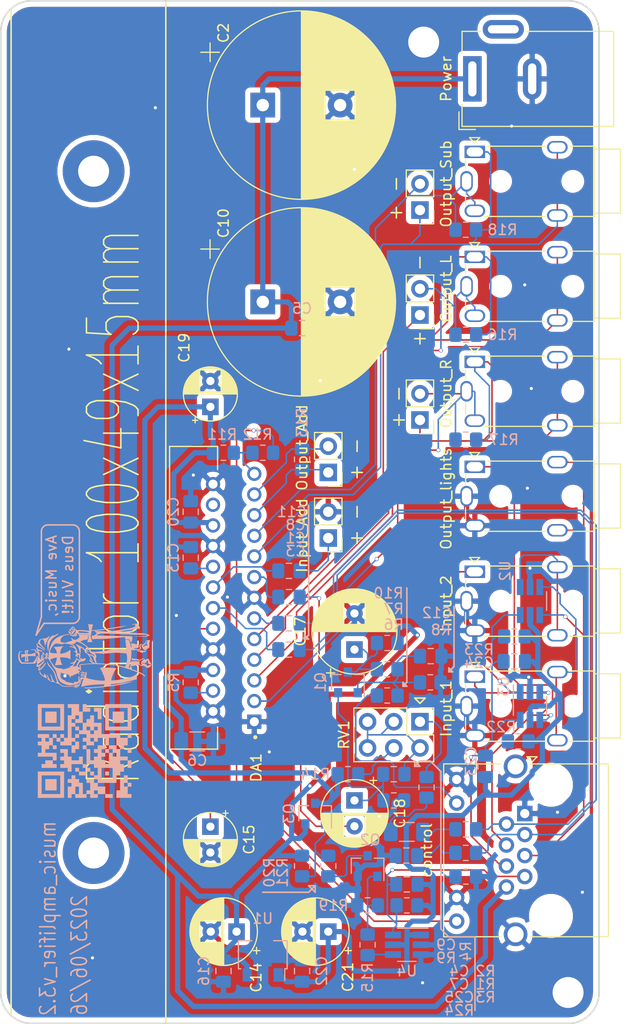
<source format=kicad_pcb>
(kicad_pcb (version 20171130) (host pcbnew "(5.1.7)-1")
  (title_block (title music_amplifier) (date 2023-06-26) (rev v3.2) (company piro.tex))
  (layers (0 F.Cu signal) (31 B.Cu signal) (34 B.Paste user) (35 F.Paste user) (36 B.SilkS user) (37 F.SilkS user) (38 B.Mask user) (39 F.Mask user) (44 Edge.Cuts user))
  (net 0 "")
  (net 1 GND)
  (net 2 /amp_vdd)
  (net 3 "Net-(DA1-Pad3)")
  (net 4 "Net-(DA1-Pad4)")
  (net 5 "Net-(DA1-Pad5)")
  (net 6 "Net-(DA1-Pad7)")
  (net 7 "Net-(DA1-Pad9)")
  (net 8 "Net-(DA1-Pad17)")
  (net 9 "Net-(DA1-Pad19)")
  (net 10 "Net-(DA1-Pad21)")
  (net 11 "Net-(DA1-Pad22)")
  (net 12 "Net-(DA1-Pad23)")
  (net 13 "Net-(DA1-Pad25)")
  (net 14 /output_R_l)
  (net 15 "Net-(C1-Pad1)")
  (net 16 +12V)
  (net 17 /output_R_r)
  (net 18 "Net-(C3-Pad1)")
  (net 19 "Net-(C4-Pad2)")
  (net 20 "Net-(C4-Pad1)")
  (net 21 /input_speaker_sub)
  (net 22 "Net-(C8-Pad1)")
  (net 23 "Net-(C9-Pad2)")
  (net 24 "Net-(C18-Pad1)")
  (net 25 "Net-(C11-Pad2)")
  (net 26 "Net-(C11-Pad1)")
  (net 27 "Net-(C12-Pad2)")
  (net 28 "Net-(C13-Pad2)")
  (net 29 "Net-(C15-Pad1)")
  (net 30 "Net-(C17-Pad1)")
  (net 31 +5V)
  (net 32 /select_input)
  (net 33 /amp_power)
  (net 34 /input_1_l)
  (net 35 /input_1_r)
  (net 36 /input_2_l)
  (net 37 /input_2_r)
  (net 38 /led_cd)
  (net 39 /led_power)
  (net 40 /input_R_r)
  (net 41 /input_R_l)
  (net 42 "Net-(Q2-Pad3)")
  (net 43 "Net-(Q2-Pad1)")
  (net 44 "Net-(Q3-Pad1)")
  (net 45 "Net-(R4-Pad1)")
  (net 46 "Net-(R6-Pad1)")
  (net 47 /amp_gate)
  (module Connector_PinHeader_2.54mm:PinHeader_1x02_P2.54mm_Vertical (layer F.Cu) (at 111.64 73.26 180)
    (fp_text reference J10)
    (fp_text value Output_Sub)
    (pad 2 thru_hole oval (at 0 2.54 180) (size 1.7 1.7) (drill 1) (layers *.Cu *.Mask) (net 9 "Net-(DA1-Pad19)"))
    (pad 1 thru_hole rect (at 0 0 180) (size 1.7 1.7) (drill 1) (layers *.Cu *.Mask) (net 8 "Net-(DA1-Pad17)"))
  )
  (module mine:knight_10x13mm (layer B.Cu) (at 79.128 116.44 270)
    (fp_text reference G*** hide)
    (fp_text value LOGO hide)
  )
  (module mine:qr_code_front_10mm (layer B.Cu) (at 79.128 125.584 270)
    (fp_text reference G*** hide)
    (fp_text value LOGO hide)
  )
  (module Connector_PinHeader_2.54mm:PinHeader_2x03_P2.54mm_Vertical (layer F.Cu) (at 111.64 122.79 270)
    (fp_text reference RV1 (at 1.27 7.366 270) (layer F.SilkS))
    (fp_text value 100k)
    (pad 6 thru_hole oval (at 2.54 5.08 270) (size 1.7 1.7) (drill 1) (layers *.Cu *.Mask) (net 23 "Net-(C9-Pad2)"))
    (pad 5 thru_hole oval (at 0 5.08 270) (size 1.7 1.7) (drill 1) (layers *.Cu *.Mask) (net 23 "Net-(C9-Pad2)"))
    (pad 4 thru_hole oval (at 2.54 2.54 270) (size 1.7 1.7) (drill 1) (layers *.Cu *.Mask) (net 46 "Net-(R6-Pad1)"))
    (pad 3 thru_hole oval (at 0 2.54 270) (size 1.7 1.7) (drill 1) (layers *.Cu *.Mask) (net 23 "Net-(C9-Pad2)"))
    (pad 2 thru_hole oval (at 2.54 0 270) (size 1.7 1.7) (drill 1) (layers *.Cu *.Mask) (net 23 "Net-(C9-Pad2)"))
    (pad 1 thru_hole rect (at 0 0 270) (size 1.7 1.7) (drill 1) (layers *.Cu *.Mask) (net 45 "Net-(R4-Pad1)"))
  )
  (module Connector_PinHeader_2.54mm:PinHeader_1x02_P2.54mm_Vertical (layer F.Cu) (at 102.75 105.01 180)
    (fp_text reference J1)
    (fp_text value Input_Add (at 2.54 0.254 270) (layer F.SilkS))
    (pad 2 thru_hole oval (at 0 2.54 180) (size 1.7 1.7) (drill 1) (layers *.Cu *.Mask) (net 1 GND))
    (pad 1 thru_hole rect (at 0 0 180) (size 1.7 1.7) (drill 1) (layers *.Cu *.Mask) (net 25 "Net-(C11-Pad2)"))
  )
  (module Capacitor_SMD:C_1206_3216Metric_Pad1.33x1.80mm_HandSolder (layer B.Cu) (at 110.37 133.458)
    (fp_text reference C4 (at 5.08 13.462) (layer B.SilkS) (effects (justify mirror)))
    (fp_text value 1u)
    (pad 2 smd roundrect (at 1.5625 0) (size 1.325 1.8) (layers B.Cu B.Paste B.Mask) (roundrect_rratio 0.1886784905660377) (net 19 "Net-(C4-Pad2)"))
    (pad 1 smd roundrect (at -1.5625 0) (size 1.325 1.8) (layers B.Cu B.Paste B.Mask) (roundrect_rratio 0.1886784905660377) (net 20 "Net-(C4-Pad1)"))
  )
  (module Capacitor_THT:CP_Radial_D18.0mm_P7.50mm (layer F.Cu) (at 96.4 82.15)
    (fp_text reference C10 (at -3.81 -7.62 90) (layer F.SilkS))
    (fp_text value 4700u)
    (pad 2 thru_hole circle (at 7.5 0) (size 2.4 2.4) (drill 1.2) (layers *.Cu *.Mask) (net 1 GND))
    (pad 1 thru_hole rect (at 0 0) (size 2.4 2.4) (drill 1.2) (layers *.Cu *.Mask) (net 16 +12V))
  )
  (module Package_TO_SOT_SMD:SOT-23-6_Handsoldering (layer B.Cu) (at 110.37 144.38 180)
    (fp_text reference U4 (at 0 -2.54) (layer B.SilkS) (effects (justify mirror)))
    (fp_text value SN74LVC1G3157)
    (pad 5 smd rect (at 1.35 0 180) (size 1.56 0.65) (layers B.Cu B.Paste B.Mask) (net 31 +5V))
    (pad 6 smd rect (at 1.35 0.95 180) (size 1.56 0.65) (layers B.Cu B.Paste B.Mask) (net 33 /amp_power))
    (pad 4 smd rect (at 1.35 -0.95 180) (size 1.56 0.65) (layers B.Cu B.Paste B.Mask) (net 47 /amp_gate))
    (pad 3 smd rect (at -1.35 -0.95 180) (size 1.56 0.65) (layers B.Cu B.Paste B.Mask) (net 1 GND))
    (pad 2 smd rect (at -1.35 0 180) (size 1.56 0.65) (layers B.Cu B.Paste B.Mask) (net 1 GND))
    (pad 1 smd rect (at -1.35 0.95 180) (size 1.56 0.65) (layers B.Cu B.Paste B.Mask) (net 31 +5V))
  )
  (module Package_TO_SOT_SMD:SOT-23-6_Handsoldering (layer B.Cu) (at 122.308 121.266 270)
    (fp_text reference U3 (at -1.905 2.54 270) (layer B.SilkS) (effects (justify mirror)))
    (fp_text value SN74LVC1G3157)
    (pad 5 smd rect (at 1.35 0 270) (size 1.56 0.65) (layers B.Cu B.Paste B.Mask) (net 31 +5V))
    (pad 6 smd rect (at 1.35 0.95 270) (size 1.56 0.65) (layers B.Cu B.Paste B.Mask) (net 32 /select_input))
    (pad 4 smd rect (at 1.35 -0.95 270) (size 1.56 0.65) (layers B.Cu B.Paste B.Mask) (net 40 /input_R_r))
    (pad 3 smd rect (at -1.35 -0.95 270) (size 1.56 0.65) (layers B.Cu B.Paste B.Mask) (net 35 /input_1_r))
    (pad 2 smd rect (at -1.35 0 270) (size 1.56 0.65) (layers B.Cu B.Paste B.Mask) (net 1 GND))
    (pad 1 smd rect (at -1.35 0.95 270) (size 1.56 0.65) (layers B.Cu B.Paste B.Mask) (net 37 /input_2_r))
  )
  (module Package_TO_SOT_SMD:SOT-23-6_Handsoldering (layer B.Cu) (at 122.308 111.106 270)
    (fp_text reference U2 (at -2.921 2.413 90) (layer B.SilkS) (effects (justify mirror)))
    (fp_text value SN74LVC1G3157)
    (pad 5 smd rect (at 1.35 0 270) (size 1.56 0.65) (layers B.Cu B.Paste B.Mask) (net 31 +5V))
    (pad 6 smd rect (at 1.35 0.95 270) (size 1.56 0.65) (layers B.Cu B.Paste B.Mask) (net 32 /select_input))
    (pad 4 smd rect (at 1.35 -0.95 270) (size 1.56 0.65) (layers B.Cu B.Paste B.Mask) (net 41 /input_R_l))
    (pad 3 smd rect (at -1.35 -0.95 270) (size 1.56 0.65) (layers B.Cu B.Paste B.Mask) (net 34 /input_1_l))
    (pad 2 smd rect (at -1.35 0 270) (size 1.56 0.65) (layers B.Cu B.Paste B.Mask) (net 1 GND))
    (pad 1 smd rect (at -1.35 0.95 270) (size 1.56 0.65) (layers B.Cu B.Paste B.Mask) (net 36 /input_2_l))
  )
  (module Package_TO_SOT_SMD:SOT-89-3 (layer B.Cu) (at 96.4 145.65 90)
    (fp_text reference U1 (at 3.81 0 180) (layer B.SilkS) (effects (justify mirror)))
    (fp_text value L78L05)
    (pad 2 smd custom (at -1.5625 0 90) (size 1.475 0.9) (layers B.Cu B.Paste B.Mask) (net 1 GND) (options (clearance outline) (anchor rect)) (primitives (gr_poly (pts (xy 0.7375 0.8665) (xy 3.8625 0.8665) (xy 3.8625 -0.8665) (xy 0.7375 -0.8665)) (width 0))))
    (pad 3 smd rect (at -1.65 -1.5 90) (size 1.3 0.9) (layers B.Cu B.Paste B.Mask) (net 16 +12V))
    (pad 1 smd rect (at -1.65 1.5 90) (size 1.3 0.9) (layers B.Cu B.Paste B.Mask) (net 31 +5V))
  )
  (module Resistor_SMD:R_0805_2012Metric_Pad1.20x1.40mm_HandSolder (layer B.Cu) (at 110.37 140.57 180)
    (fp_text reference R24 (at -5.08 -10.16) (layer B.SilkS) (effects (justify mirror)))
    (fp_text value 7.5k)
    (pad 2 smd roundrect (at 1 0 180) (size 1.2 1.4) (layers B.Cu B.Paste B.Mask) (roundrect_rratio 0.2083325) (net 33 /amp_power))
    (pad 1 smd roundrect (at -1 0 180) (size 1.2 1.4) (layers B.Cu B.Paste B.Mask) (roundrect_rratio 0.2083325) (net 31 +5V))
  )
  (module Resistor_SMD:R_0805_2012Metric_Pad1.20x1.40mm_HandSolder (layer B.Cu) (at 120.8 114.535 180)
    (fp_text reference R23 (at 3.445 -1.27) (layer B.SilkS) (effects (justify mirror)))
    (fp_text value 10k)
    (pad 2 smd roundrect (at 1 0 180) (size 1.2 1.4) (layers B.Cu B.Paste B.Mask) (roundrect_rratio 0.2083325) (net 32 /select_input))
    (pad 1 smd roundrect (at -1 0 180) (size 1.2 1.4) (layers B.Cu B.Paste B.Mask) (roundrect_rratio 0.2083325) (net 31 +5V))
  )
  (module Resistor_SMD:R_0805_2012Metric_Pad1.20x1.40mm_HandSolder (layer B.Cu) (at 121.165 124.695 180)
    (fp_text reference R22 (at 1.651 1.397) (layer B.SilkS) (effects (justify mirror)))
    (fp_text value 10k)
    (pad 2 smd roundrect (at 1 0 180) (size 1.2 1.4) (layers B.Cu B.Paste B.Mask) (roundrect_rratio 0.2083325) (net 32 /select_input))
    (pad 1 smd roundrect (at -1 0 180) (size 1.2 1.4) (layers B.Cu B.Paste B.Mask) (roundrect_rratio 0.2083325) (net 31 +5V))
  )
  (module Resistor_SMD:R_0805_2012Metric_Pad1.20x1.40mm_HandSolder (layer B.Cu) (at 102.75 136.76 270)
    (fp_text reference R21 (at 0.635 4.445 90) (layer B.SilkS) (effects (justify mirror)))
    (fp_text value 1k)
    (pad 2 smd roundrect (at 1 0 270) (size 1.2 1.4) (layers B.Cu B.Paste B.Mask) (roundrect_rratio 0.2083325) (net 42 "Net-(Q2-Pad3)"))
    (pad 1 smd roundrect (at -1 0 270) (size 1.2 1.4) (layers B.Cu B.Paste B.Mask) (roundrect_rratio 0.2083325) (net 44 "Net-(Q3-Pad1)"))
  )
  (module Resistor_SMD:R_0805_2012Metric_Pad1.20x1.40mm_HandSolder (layer B.Cu) (at 100.21 136.76 270)
    (fp_text reference R20 (at 0.635 3.175 90) (layer B.SilkS) (effects (justify mirror)))
    (fp_text value 10k)
    (pad 2 smd roundrect (at 1 0 270) (size 1.2 1.4) (layers B.Cu B.Paste B.Mask) (roundrect_rratio 0.2083325) (net 44 "Net-(Q3-Pad1)"))
    (pad 1 smd roundrect (at -1 0 270) (size 1.2 1.4) (layers B.Cu B.Paste B.Mask) (roundrect_rratio 0.2083325) (net 16 +12V))
  )
  (module Resistor_SMD:R_0805_2012Metric_Pad1.20x1.40mm_HandSolder (layer B.Cu) (at 106.56 140.57 180)
    (fp_text reference R19 (at 3.302 0) (layer B.SilkS) (effects (justify mirror)))
    (fp_text value 10k)
    (pad 2 smd roundrect (at 1 0 180) (size 1.2 1.4) (layers B.Cu B.Paste B.Mask) (roundrect_rratio 0.2083325) (net 1 GND))
    (pad 1 smd roundrect (at -1 0 180) (size 1.2 1.4) (layers B.Cu B.Paste B.Mask) (roundrect_rratio 0.2083325) (net 43 "Net-(Q2-Pad1)"))
  )
  (module Resistor_SMD:R_0805_2012Metric_Pad1.20x1.40mm_HandSolder (layer B.Cu) (at 116.085 75.165)
    (fp_text reference R18 (at 3.556 0) (layer B.SilkS) (effects (justify mirror)))
    (fp_text value 1M)
    (pad 2 smd roundrect (at 1 0) (size 1.2 1.4) (layers B.Cu B.Paste B.Mask) (roundrect_rratio 0.2083325) (net 8 "Net-(DA1-Pad17)"))
    (pad 1 smd roundrect (at -1 0) (size 1.2 1.4) (layers B.Cu B.Paste B.Mask) (roundrect_rratio 0.2083325) (net 9 "Net-(DA1-Pad19)"))
  )
  (module Resistor_SMD:R_0805_2012Metric_Pad1.20x1.40mm_HandSolder (layer B.Cu) (at 116.085 95.485)
    (fp_text reference R17 (at 3.683 0 180) (layer B.SilkS) (effects (justify mirror)))
    (fp_text value 1M)
    (pad 2 smd roundrect (at 1 0) (size 1.2 1.4) (layers B.Cu B.Paste B.Mask) (roundrect_rratio 0.2083325) (net 5 "Net-(DA1-Pad5)"))
    (pad 1 smd roundrect (at -1 0) (size 1.2 1.4) (layers B.Cu B.Paste B.Mask) (roundrect_rratio 0.2083325) (net 3 "Net-(DA1-Pad3)"))
  )
  (module Resistor_SMD:R_0805_2012Metric_Pad1.20x1.40mm_HandSolder (layer B.Cu) (at 116.085 85.325)
    (fp_text reference R16 (at 3.556 0 180) (layer B.SilkS) (effects (justify mirror)))
    (fp_text value 1M)
    (pad 2 smd roundrect (at 1 0) (size 1.2 1.4) (layers B.Cu B.Paste B.Mask) (roundrect_rratio 0.2083325) (net 7 "Net-(DA1-Pad9)"))
    (pad 1 smd roundrect (at -1 0) (size 1.2 1.4) (layers B.Cu B.Paste B.Mask) (roundrect_rratio 0.2083325) (net 6 "Net-(DA1-Pad7)"))
  )
  (module Resistor_SMD:R_0805_2012Metric_Pad1.20x1.40mm_HandSolder (layer B.Cu) (at 106.56 144.38 90)
    (fp_text reference R15 (at -3.175 0 90) (layer B.SilkS) (effects (justify mirror)))
    (fp_text value 1k)
    (pad 2 smd roundrect (at 1 0 90) (size 1.2 1.4) (layers B.Cu B.Paste B.Mask) (roundrect_rratio 0.2083325) (net 43 "Net-(Q2-Pad1)"))
    (pad 1 smd roundrect (at -1 0 90) (size 1.2 1.4) (layers B.Cu B.Paste B.Mask) (roundrect_rratio 0.2083325) (net 47 /amp_gate))
  )
  (module Resistor_SMD:R_0805_2012Metric_Pad1.20x1.40mm_HandSolder (layer B.Cu) (at 104.655 127.87)
    (fp_text reference R14 (at -3.175 0) (layer B.SilkS) (effects (justify mirror)))
    (fp_text value 1.3k)
    (pad 2 smd roundrect (at 1 0) (size 1.2 1.4) (layers B.Cu B.Paste B.Mask) (roundrect_rratio 0.2083325) (net 39 /led_power))
    (pad 1 smd roundrect (at -1 0) (size 1.2 1.4) (layers B.Cu B.Paste B.Mask) (roundrect_rratio 0.2083325) (net 2 /amp_vdd))
  )
  (module Resistor_SMD:R_0805_2012Metric_Pad1.20x1.40mm_HandSolder (layer B.Cu) (at 100.21 97.39 270)
    (fp_text reference R13 (at -3.556 0 90) (layer B.SilkS) (effects (justify mirror)))
    (fp_text value 1M)
    (pad 2 smd roundrect (at 1 0 270) (size 1.2 1.4) (layers B.Cu B.Paste B.Mask) (roundrect_rratio 0.2083325) (net 10 "Net-(DA1-Pad21)"))
    (pad 1 smd roundrect (at -1 0 270) (size 1.2 1.4) (layers B.Cu B.Paste B.Mask) (roundrect_rratio 0.2083325) (net 12 "Net-(DA1-Pad23)"))
  )
  (module Resistor_SMD:R_0805_2012Metric_Pad1.20x1.40mm_HandSolder (layer B.Cu) (at 96.4 96.755)
    (fp_text reference R12 (at -0.508 -1.778 180) (layer B.SilkS) (effects (justify mirror)))
    (fp_text value 1.3k)
    (pad 2 smd roundrect (at 1 0) (size 1.2 1.4) (layers B.Cu B.Paste B.Mask) (roundrect_rratio 0.2083325) (net 38 /led_cd))
    (pad 1 smd roundrect (at -1 0) (size 1.2 1.4) (layers B.Cu B.Paste B.Mask) (roundrect_rratio 0.2083325) (net 13 "Net-(DA1-Pad25)"))
  )
  (module Resistor_SMD:R_0805_2012Metric_Pad1.20x1.40mm_HandSolder (layer B.Cu) (at 92.59 96.755)
    (fp_text reference R11 (at -0.127 -1.778 180) (layer B.SilkS) (effects (justify mirror)))
    (fp_text value 47k)
    (pad 2 smd roundrect (at 1 0) (size 1.2 1.4) (layers B.Cu B.Paste B.Mask) (roundrect_rratio 0.2083325) (net 13 "Net-(DA1-Pad25)"))
    (pad 1 smd roundrect (at -1 0) (size 1.2 1.4) (layers B.Cu B.Paste B.Mask) (roundrect_rratio 0.2083325) (net 2 /amp_vdd))
  )
  (module Resistor_SMD:R_0805_2012Metric_Pad1.20x1.40mm_HandSolder (layer B.Cu) (at 108.465 115.17 180)
    (fp_text reference R10 (at -0.127 4.826) (layer B.SilkS) (effects (justify mirror)))
    (fp_text value 200)
    (pad 2 smd roundrect (at 1 0 180) (size 1.2 1.4) (layers B.Cu B.Paste B.Mask) (roundrect_rratio 0.2083325) (net 30 "Net-(C17-Pad1)"))
    (pad 1 smd roundrect (at -1 0 180) (size 1.2 1.4) (layers B.Cu B.Paste B.Mask) (roundrect_rratio 0.2083325) (net 16 +12V))
  )
  (module Resistor_SMD:R_0805_2012Metric_Pad1.20x1.40mm_HandSolder (layer B.Cu) (at 109.1 130.41)
    (fp_text reference R9 (at 5.08 15.24) (layer B.SilkS) (effects (justify mirror)))
    (fp_text value 3.3k)
    (pad 2 smd roundrect (at 1 0) (size 1.2 1.4) (layers B.Cu B.Paste B.Mask) (roundrect_rratio 0.2083325) (net 1 GND))
    (pad 1 smd roundrect (at -1 0) (size 1.2 1.4) (layers B.Cu B.Paste B.Mask) (roundrect_rratio 0.2083325) (net 24 "Net-(C18-Pad1)"))
  )
  (module Resistor_SMD:R_0805_2012Metric_Pad1.20x1.40mm_HandSolder (layer B.Cu) (at 112.64 118.98)
    (fp_text reference R8 (at 1.032 -5.08) (layer B.SilkS) (effects (justify mirror)))
    (fp_text value 240k)
    (pad 2 smd roundrect (at 1 0) (size 1.2 1.4) (layers B.Cu B.Paste B.Mask) (roundrect_rratio 0.2083325) (net 1 GND))
    (pad 1 smd roundrect (at -1 0) (size 1.2 1.4) (layers B.Cu B.Paste B.Mask) (roundrect_rratio 0.2083325) (net 27 "Net-(C12-Pad2)"))
  )
  (module Resistor_SMD:R_0805_2012Metric_Pad1.20x1.40mm_HandSolder (layer B.Cu) (at 108.465 117.71)
    (fp_text reference R7 (at 0.635 -5.842) (layer B.SilkS) (effects (justify mirror)))
    (fp_text value 200k)
    (pad 2 smd roundrect (at 1 0) (size 1.2 1.4) (layers B.Cu B.Paste B.Mask) (roundrect_rratio 0.2083325) (net 27 "Net-(C12-Pad2)"))
    (pad 1 smd roundrect (at -1 0) (size 1.2 1.4) (layers B.Cu B.Paste B.Mask) (roundrect_rratio 0.2083325) (net 30 "Net-(C17-Pad1)"))
  )
  (module Resistor_SMD:R_0805_2012Metric_Pad1.20x1.40mm_HandSolder (layer B.Cu) (at 108.465 120.25)
    (fp_text reference R6 (at 0.635 -6.858) (layer B.SilkS) (effects (justify mirror)))
    (fp_text value 10k)
    (pad 2 smd roundrect (at 1 0) (size 1.2 1.4) (layers B.Cu B.Paste B.Mask) (roundrect_rratio 0.2083325) (net 27 "Net-(C12-Pad2)"))
    (pad 1 smd roundrect (at -1 0) (size 1.2 1.4) (layers B.Cu B.Paste B.Mask) (roundrect_rratio 0.2083325) (net 46 "Net-(R6-Pad1)"))
  )
  (module Resistor_SMD:R_0805_2012Metric_Pad1.20x1.40mm_HandSolder (layer B.Cu) (at 89.415 118.98 270)
    (fp_text reference R5 (at 0 1.65 90) (layer B.SilkS) (effects (justify mirror)))
    (fp_text value 10k)
    (pad 2 smd roundrect (at 1 0 270) (size 1.2 1.4) (layers B.Cu B.Paste B.Mask) (roundrect_rratio 0.2083325) (net 4 "Net-(DA1-Pad4)"))
    (pad 1 smd roundrect (at -1 0 270) (size 1.2 1.4) (layers B.Cu B.Paste B.Mask) (roundrect_rratio 0.2083325) (net 2 /amp_vdd))
  )
  (module Resistor_SMD:R_0805_2012Metric_Pad1.20x1.40mm_HandSolder (layer B.Cu) (at 112.275 129.14 270)
    (fp_text reference R4 (at 15.875 -3.81 90) (layer B.SilkS) (effects (justify mirror)))
    (fp_text value 10k)
    (pad 2 smd roundrect (at 1 0 270) (size 1.2 1.4) (layers B.Cu B.Paste B.Mask) (roundrect_rratio 0.2083325) (net 20 "Net-(C4-Pad1)"))
    (pad 1 smd roundrect (at -1 0 270) (size 1.2 1.4) (layers B.Cu B.Paste B.Mask) (roundrect_rratio 0.2083325) (net 45 "Net-(R4-Pad1)"))
  )
  (module Resistor_SMD:R_0805_2012Metric_Pad1.20x1.40mm_HandSolder (layer B.Cu) (at 116.085 137.776)
    (fp_text reference R3 (at 1.905 11.684) (layer B.SilkS) (effects (justify mirror)))
    (fp_text value 10k)
    (pad 2 smd roundrect (at 1 0) (size 1.2 1.4) (layers B.Cu B.Paste B.Mask) (roundrect_rratio 0.2083325) (net 1 GND))
    (pad 1 smd roundrect (at -1 0) (size 1.2 1.4) (layers B.Cu B.Paste B.Mask) (roundrect_rratio 0.2083325) (net 19 "Net-(C4-Pad2)"))
  )
  (module Resistor_SMD:R_0805_2012Metric_Pad1.20x1.40mm_HandSolder (layer B.Cu) (at 116.085 133.204)
    (fp_text reference R2 (at 1.905 13.716) (layer B.SilkS) (effects (justify mirror)))
    (fp_text value 10k)
    (pad 2 smd roundrect (at 1 0) (size 1.2 1.4) (layers B.Cu B.Paste B.Mask) (roundrect_rratio 0.2083325) (net 17 /output_R_r))
    (pad 1 smd roundrect (at -1 0) (size 1.2 1.4) (layers B.Cu B.Paste B.Mask) (roundrect_rratio 0.2083325) (net 19 "Net-(C4-Pad2)"))
  )
  (module Resistor_SMD:R_0805_2012Metric_Pad1.20x1.40mm_HandSolder (layer B.Cu) (at 116.085 135.49)
    (fp_text reference R1 (at 1.905 12.7) (layer B.SilkS) (effects (justify mirror)))
    (fp_text value 10k)
    (pad 2 smd roundrect (at 1 0) (size 1.2 1.4) (layers B.Cu B.Paste B.Mask) (roundrect_rratio 0.2083325) (net 14 /output_R_l))
    (pad 1 smd roundrect (at -1 0) (size 1.2 1.4) (layers B.Cu B.Paste B.Mask) (roundrect_rratio 0.2083325) (net 19 "Net-(C4-Pad2)"))
  )
  (module Package_TO_SOT_SMD:SOT-23 (layer B.Cu) (at 101.48 131.68 90)
    (fp_text reference Q3 (at 0 -2.54 270) (layer B.SilkS) (effects (justify mirror)))
    (fp_text value AO3401A)
    (pad 3 smd rect (at 1 0 90) (size 0.9 0.8) (layers B.Cu B.Paste B.Mask) (net 2 /amp_vdd))
    (pad 2 smd rect (at -1 -0.95 90) (size 0.9 0.8) (layers B.Cu B.Paste B.Mask) (net 16 +12V))
    (pad 1 smd rect (at -1 0.95 90) (size 0.9 0.8) (layers B.Cu B.Paste B.Mask) (net 44 "Net-(Q3-Pad1)"))
  )
  (module Package_TO_SOT_SMD:SOT-23 (layer B.Cu) (at 106.56 136.76 90)
    (fp_text reference Q2 (at 2.54 0.254 180) (layer B.SilkS) (effects (justify mirror)))
    (fp_text value BSS138)
    (pad 3 smd rect (at 1 0 90) (size 0.9 0.8) (layers B.Cu B.Paste B.Mask) (net 42 "Net-(Q2-Pad3)"))
    (pad 2 smd rect (at -1 -0.95 90) (size 0.9 0.8) (layers B.Cu B.Paste B.Mask) (net 1 GND))
    (pad 1 smd rect (at -1 0.95 90) (size 0.9 0.8) (layers B.Cu B.Paste B.Mask) (net 43 "Net-(Q2-Pad1)"))
  )
  (module Package_TO_SOT_SMD:SOT-23 (layer B.Cu) (at 104.655 118.98 90)
    (fp_text reference Q1 (at 0 -2.667 90) (layer B.SilkS) (effects (justify mirror)))
    (fp_text value BC817)
    (pad 3 smd rect (at 1 0 90) (size 0.9 0.8) (layers B.Cu B.Paste B.Mask) (net 30 "Net-(C17-Pad1)"))
    (pad 2 smd rect (at -1 -0.95 90) (size 0.9 0.8) (layers B.Cu B.Paste B.Mask) (net 24 "Net-(C18-Pad1)"))
    (pad 1 smd rect (at -1 0.95 90) (size 0.9 0.8) (layers B.Cu B.Paste B.Mask) (net 27 "Net-(C12-Pad2)"))
  )
  (module mine:Jack_3.5mm_PJ322 (layer F.Cu) (at 119.26 68.18 270)
    (fp_text reference J13)
    (fp_text value Output_Sub (at 2.54 5.08 90) (layer F.SilkS))
    (pad "" np_thru_hole circle (at 2.3 -0.2 270) (size 1.2 1.2) (drill 1.2) (layers *.Cu *.Mask))
    (pad "" np_thru_hole circle (at 2.3 -7.2 270) (size 1.2 1.2) (drill 1.2) (layers *.Cu *.Mask))
    (pad T thru_hole oval (at -1 -5.7) (size 2 1.2) (drill oval 1.6 0.9) (layers *.Cu *.Mask) (net 8 "Net-(DA1-Pad17)"))
    (pad S thru_hole oval (at 5.15 2.3) (size 2 1.2) (drill oval 1.6 0.9) (layers *.Cu *.Mask) (net 9 "Net-(DA1-Pad19)"))
    (pad R thru_hole rect (at -0.55 2.3) (size 2 1.2) (drill oval 1.6 0.9) (layers *.Cu *.Mask) (net 8 "Net-(DA1-Pad17)"))
    (pad S thru_hole oval (at 2.3 3.1 270) (size 2 1.2) (drill oval 1.6 0.9) (layers *.Cu *.Mask) (net 9 "Net-(DA1-Pad19)"))
    (pad T thru_hole oval (at 5.6 -5.7) (size 2 1.2) (drill oval 1.6 0.9) (layers *.Cu *.Mask) (net 8 "Net-(DA1-Pad17)"))
  )
  (module mine:Jack_3.5mm_PJ322 (layer F.Cu) (at 119.26 88.5 270)
    (fp_text reference J12)
    (fp_text value Output_R (at 2.54 5.08 90) (layer F.SilkS))
    (pad "" np_thru_hole circle (at 2.3 -0.2 270) (size 1.2 1.2) (drill 1.2) (layers *.Cu *.Mask))
    (pad "" np_thru_hole circle (at 2.3 -7.2 270) (size 1.2 1.2) (drill 1.2) (layers *.Cu *.Mask))
    (pad T thru_hole oval (at -1 -5.7) (size 2 1.2) (drill oval 1.6 0.9) (layers *.Cu *.Mask) (net 5 "Net-(DA1-Pad5)"))
    (pad S thru_hole oval (at 5.15 2.3) (size 2 1.2) (drill oval 1.6 0.9) (layers *.Cu *.Mask) (net 3 "Net-(DA1-Pad3)"))
    (pad R thru_hole rect (at -0.55 2.3) (size 2 1.2) (drill oval 1.6 0.9) (layers *.Cu *.Mask) (net 5 "Net-(DA1-Pad5)"))
    (pad S thru_hole oval (at 2.3 3.1 270) (size 2 1.2) (drill oval 1.6 0.9) (layers *.Cu *.Mask) (net 3 "Net-(DA1-Pad3)"))
    (pad T thru_hole oval (at 5.6 -5.7) (size 2 1.2) (drill oval 1.6 0.9) (layers *.Cu *.Mask) (net 5 "Net-(DA1-Pad5)"))
  )
  (module mine:Jack_3.5mm_PJ322 (layer F.Cu) (at 119.26 78.34 270)
    (fp_text reference J11)
    (fp_text value Output_L (at 2.54 5.08 90) (layer F.SilkS))
    (pad "" np_thru_hole circle (at 2.3 -0.2 270) (size 1.2 1.2) (drill 1.2) (layers *.Cu *.Mask))
    (pad "" np_thru_hole circle (at 2.3 -7.2 270) (size 1.2 1.2) (drill 1.2) (layers *.Cu *.Mask))
    (pad T thru_hole oval (at -1 -5.7) (size 2 1.2) (drill oval 1.6 0.9) (layers *.Cu *.Mask) (net 7 "Net-(DA1-Pad9)"))
    (pad S thru_hole oval (at 5.15 2.3) (size 2 1.2) (drill oval 1.6 0.9) (layers *.Cu *.Mask) (net 6 "Net-(DA1-Pad7)"))
    (pad R thru_hole rect (at -0.55 2.3) (size 2 1.2) (drill oval 1.6 0.9) (layers *.Cu *.Mask) (net 7 "Net-(DA1-Pad9)"))
    (pad S thru_hole oval (at 2.3 3.1 270) (size 2 1.2) (drill oval 1.6 0.9) (layers *.Cu *.Mask) (net 6 "Net-(DA1-Pad7)"))
    (pad T thru_hole oval (at 5.6 -5.7) (size 2 1.2) (drill oval 1.6 0.9) (layers *.Cu *.Mask) (net 7 "Net-(DA1-Pad9)"))
  )
  (module Connector_PinHeader_2.54mm:PinHeader_1x02_P2.54mm_Vertical (layer F.Cu) (at 111.64 93.58 180)
    (fp_text reference J9)
    (fp_text value Output_R)
    (pad 2 thru_hole oval (at 0 2.54 180) (size 1.7 1.7) (drill 1) (layers *.Cu *.Mask) (net 3 "Net-(DA1-Pad3)"))
    (pad 1 thru_hole rect (at 0 0 180) (size 1.7 1.7) (drill 1) (layers *.Cu *.Mask) (net 5 "Net-(DA1-Pad5)"))
  )
  (module Connector_PinHeader_2.54mm:PinHeader_1x02_P2.54mm_Vertical (layer F.Cu) (at 102.75 98.66 180)
    (fp_text reference J8)
    (fp_text value Output_Add (at 2.54 2.413 270) (layer F.SilkS))
    (pad 2 thru_hole oval (at 0 2.54 180) (size 1.7 1.7) (drill 1) (layers *.Cu *.Mask) (net 12 "Net-(DA1-Pad23)"))
    (pad 1 thru_hole rect (at 0 0 180) (size 1.7 1.7) (drill 1) (layers *.Cu *.Mask) (net 10 "Net-(DA1-Pad21)"))
  )
  (module Connector_PinHeader_2.54mm:PinHeader_1x02_P2.54mm_Vertical (layer F.Cu) (at 111.64 83.42 180)
    (fp_text reference J7)
    (fp_text value Output_L)
    (pad 2 thru_hole oval (at 0 2.54 180) (size 1.7 1.7) (drill 1) (layers *.Cu *.Mask) (net 6 "Net-(DA1-Pad7)"))
    (pad 1 thru_hole rect (at 0 0 180) (size 1.7 1.7) (drill 1) (layers *.Cu *.Mask) (net 7 "Net-(DA1-Pad9)"))
  )
  (module Connector_RJ:RJ45_Amphenol_RJHSE538X (layer F.Cu) (at 121.8 131.68 270)
    (fp_text reference J6)
    (fp_text value control (at 3.56 9.5 90) (layer F.SilkS))
    (pad 12 thru_hole circle (at 10.42 6.6 270) (size 1.5 1.5) (drill 0.89) (layers *.Cu *.Mask) (net 38 /led_cd))
    (pad 11 thru_hole circle (at 8.13 6.6 270) (size 1.5 1.5) (drill 0.89) (layers *.Cu *.Mask) (net 1 GND))
    (pad 10 thru_hole circle (at -1.01 6.6 270) (size 1.5 1.5) (drill 0.89) (layers *.Cu *.Mask) (net 39 /led_power))
    (pad 9 thru_hole circle (at -3.3 6.6 270) (size 1.5 1.5) (drill 0.89) (layers *.Cu *.Mask) (net 1 GND))
    (pad SH thru_hole circle (at -4.57 0.89 270) (size 2.3 2.3) (drill 1.57) (layers *.Cu *.Mask) (net 1 GND))
    (pad SH thru_hole circle (at 11.69 0.89 270) (size 2.3 2.3) (drill 1.57) (layers *.Cu *.Mask) (net 1 GND))
    (pad "" np_thru_hole circle (at 9.91 -2.54 270) (size 3.25 3.25) (drill 3.25) (layers *.Cu *.Mask))
    (pad "" np_thru_hole circle (at -2.79 -2.54 270) (size 3.25 3.25) (drill 3.25) (layers *.Cu *.Mask))
    (pad 8 thru_hole circle (at 7.112 1.78 270) (size 1.5 1.5) (drill 0.89) (layers *.Cu *.Mask) (net 16 +12V))
    (pad 6 thru_hole circle (at 5.08 1.78 270) (size 1.5 1.5) (drill 0.89) (layers *.Cu *.Mask) (net 32 /select_input))
    (pad 4 thru_hole circle (at 3.048 1.78 270) (size 1.5 1.5) (drill 0.89) (layers *.Cu *.Mask) (net 40 /input_R_r))
    (pad 2 thru_hole circle (at 1.016 1.78 270) (size 1.5 1.5) (drill 0.89) (layers *.Cu *.Mask) (net 17 /output_R_r))
    (pad 7 thru_hole circle (at 6.096 0 270) (size 1.5 1.5) (drill 0.89) (layers *.Cu *.Mask) (net 33 /amp_power))
    (pad 5 thru_hole circle (at 4.064 0 270) (size 1.5 1.5) (drill 0.89) (layers *.Cu *.Mask) (net 41 /input_R_l))
    (pad 3 thru_hole circle (at 2.032 0 270) (size 1.5 1.5) (drill 0.89) (layers *.Cu *.Mask) (net 14 /output_R_l))
    (pad 1 thru_hole rect (at 0 0 270) (size 1.5 1.5) (drill 0.89) (layers *.Cu *.Mask) (net 1 GND))
  )
  (module mine:Jack_3.5mm_PJ322 (layer F.Cu) (at 119.26 98.66 270)
    (fp_text reference J5)
    (fp_text value Output_lights (at 2.54 5.08 90) (layer F.SilkS))
    (pad "" np_thru_hole circle (at 2.3 -0.2 270) (size 1.2 1.2) (drill 1.2) (layers *.Cu *.Mask))
    (pad "" np_thru_hole circle (at 2.3 -7.2 270) (size 1.2 1.2) (drill 1.2) (layers *.Cu *.Mask))
    (pad T thru_hole oval (at -1 -5.7) (size 2 1.2) (drill oval 1.6 0.9) (layers *.Cu *.Mask) (net 41 /input_R_l))
    (pad S thru_hole oval (at 5.15 2.3) (size 2 1.2) (drill oval 1.6 0.9) (layers *.Cu *.Mask) (net 1 GND))
    (pad R thru_hole rect (at -0.55 2.3) (size 2 1.2) (drill oval 1.6 0.9) (layers *.Cu *.Mask) (net 40 /input_R_r))
    (pad S thru_hole oval (at 2.3 3.1 270) (size 2 1.2) (drill oval 1.6 0.9) (layers *.Cu *.Mask) (net 1 GND))
    (pad T thru_hole oval (at 5.6 -5.7) (size 2 1.2) (drill oval 1.6 0.9) (layers *.Cu *.Mask) (net 41 /input_R_l))
  )
  (module mine:Jack_3.5mm_PJ322 (layer F.Cu) (at 119.26 108.82 270)
    (fp_text reference J4)
    (fp_text value Input_2 (at 2.54 5.08 90) (layer F.SilkS))
    (pad "" np_thru_hole circle (at 2.3 -0.2 270) (size 1.2 1.2) (drill 1.2) (layers *.Cu *.Mask))
    (pad "" np_thru_hole circle (at 2.3 -7.2 270) (size 1.2 1.2) (drill 1.2) (layers *.Cu *.Mask))
    (pad T thru_hole oval (at -1 -5.7) (size 2 1.2) (drill oval 1.6 0.9) (layers *.Cu *.Mask) (net 36 /input_2_l))
    (pad S thru_hole oval (at 5.15 2.3) (size 2 1.2) (drill oval 1.6 0.9) (layers *.Cu *.Mask) (net 1 GND))
    (pad R thru_hole rect (at -0.55 2.3) (size 2 1.2) (drill oval 1.6 0.9) (layers *.Cu *.Mask) (net 37 /input_2_r))
    (pad S thru_hole oval (at 2.3 3.1 270) (size 2 1.2) (drill oval 1.6 0.9) (layers *.Cu *.Mask) (net 1 GND))
    (pad T thru_hole oval (at 5.6 -5.7) (size 2 1.2) (drill oval 1.6 0.9) (layers *.Cu *.Mask) (net 36 /input_2_l))
  )
  (module mine:Jack_3.5mm_PJ322 (layer F.Cu) (at 119.26 118.98 270)
    (fp_text reference J3)
    (fp_text value Input_1 (at 2.54 5.08 90) (layer F.SilkS))
    (pad "" np_thru_hole circle (at 2.3 -0.2 270) (size 1.2 1.2) (drill 1.2) (layers *.Cu *.Mask))
    (pad "" np_thru_hole circle (at 2.3 -7.2 270) (size 1.2 1.2) (drill 1.2) (layers *.Cu *.Mask))
    (pad T thru_hole oval (at -1 -5.7) (size 2 1.2) (drill oval 1.6 0.9) (layers *.Cu *.Mask) (net 34 /input_1_l))
    (pad S thru_hole oval (at 5.15 2.3) (size 2 1.2) (drill oval 1.6 0.9) (layers *.Cu *.Mask) (net 1 GND))
    (pad R thru_hole rect (at -0.55 2.3) (size 2 1.2) (drill oval 1.6 0.9) (layers *.Cu *.Mask) (net 35 /input_1_r))
    (pad S thru_hole oval (at 2.3 3.1 270) (size 2 1.2) (drill oval 1.6 0.9) (layers *.Cu *.Mask) (net 1 GND))
    (pad T thru_hole oval (at 5.6 -5.7) (size 2 1.2) (drill oval 1.6 0.9) (layers *.Cu *.Mask) (net 34 /input_1_l))
  )
  (module Connector_BarrelJack:BarrelJack_Wuerth_6941xx301002 (layer F.Cu) (at 116.72 60.56 90)
    (fp_text reference J2)
    (fp_text value Power (at 0 -2.54 90) (layer F.SilkS))
    (pad 1 thru_hole rect (at 0 0 90) (size 4.4 1.8) (drill oval 3.4 0.8) (layers *.Cu *.Mask) (net 16 +12V))
    (pad 2 thru_hole oval (at 0 5.8 90) (size 4 1.8) (drill oval 3 0.8) (layers *.Cu *.Mask) (net 1 GND))
    (pad 3 thru_hole oval (at 4.8 3 180) (size 4 1.8) (drill oval 3 0.8) (layers *.Cu *.Mask))
  )
  (module Capacitor_SMD:C_0805_2012Metric_Pad1.18x1.45mm_HandSolder (layer B.Cu) (at 110.37 138.538)
    (fp_text reference C25 (at 5.08 10.922) (layer B.SilkS) (effects (justify mirror)))
    (fp_text value 100n)
    (pad 2 smd roundrect (at 1.0375 0) (size 1.175 1.45) (layers B.Cu B.Paste B.Mask) (roundrect_rratio 0.2127659574468085) (net 31 +5V))
    (pad 1 smd roundrect (at -1.0375 0) (size 1.175 1.45) (layers B.Cu B.Paste B.Mask) (roundrect_rratio 0.2127659574468085) (net 33 /amp_power))
  )
  (module Capacitor_SMD:C_0805_2012Metric_Pad1.18x1.45mm_HandSolder (layer B.Cu) (at 120.784 116.948)
    (fp_text reference C24 (at -3.429 0.127) (layer B.SilkS) (effects (justify mirror)))
    (fp_text value 100n)
    (pad 2 smd roundrect (at 1.0375 0) (size 1.175 1.45) (layers B.Cu B.Paste B.Mask) (roundrect_rratio 0.2127659574468085) (net 31 +5V))
    (pad 1 smd roundrect (at -1.0375 0) (size 1.175 1.45) (layers B.Cu B.Paste B.Mask) (roundrect_rratio 0.2127659574468085) (net 32 /select_input))
  )
  (module Capacitor_SMD:C_0805_2012Metric_Pad1.18x1.45mm_HandSolder (layer B.Cu) (at 117.99 127.108 270)
    (fp_text reference C23 (at -0.508 1.397 270) (layer B.SilkS) (effects (justify mirror)))
    (fp_text value 100n)
    (pad 2 smd roundrect (at 1.0375 0 270) (size 1.175 1.45) (layers B.Cu B.Paste B.Mask) (roundrect_rratio 0.2127659574468085) (net 31 +5V))
    (pad 1 smd roundrect (at -1.0375 0 270) (size 1.175 1.45) (layers B.Cu B.Paste B.Mask) (roundrect_rratio 0.2127659574468085) (net 32 /select_input))
  )
  (module Capacitor_SMD:C_0805_2012Metric_Pad1.18x1.45mm_HandSolder (layer B.Cu) (at 100.21 146.92 270)
    (fp_text reference C22 (at 0 -1.905 90) (layer B.SilkS) (effects (justify mirror)))
    (fp_text value 100n)
    (pad 2 smd roundrect (at 1.0375 0 270) (size 1.175 1.45) (layers B.Cu B.Paste B.Mask) (roundrect_rratio 0.2127659574468085) (net 31 +5V))
    (pad 1 smd roundrect (at -1.0375 0 270) (size 1.175 1.45) (layers B.Cu B.Paste B.Mask) (roundrect_rratio 0.2127659574468085) (net 1 GND))
  )
  (module Capacitor_THT:CP_Radial_D6.3mm_P2.50mm (layer F.Cu) (at 102.75 143.11 180)
    (fp_text reference C21 (at -1.905 -4.4 90) (layer F.SilkS))
    (fp_text value 100u)
    (pad 2 thru_hole circle (at 2.5 0 180) (size 1.6 1.6) (drill 0.8) (layers *.Cu *.Mask) (net 1 GND))
    (pad 1 thru_hole rect (at 0 0 180) (size 1.6 1.6) (drill 0.8) (layers *.Cu *.Mask) (net 31 +5V))
  )
  (module Capacitor_SMD:C_0805_2012Metric_Pad1.18x1.45mm_HandSolder (layer B.Cu) (at 89.415 102.47 270)
    (fp_text reference C20 (at 0 1.68 270) (layer B.SilkS) (effects (justify mirror)))
    (fp_text value 100n)
    (pad 2 smd roundrect (at 1.0375 0 270) (size 1.175 1.45) (layers B.Cu B.Paste B.Mask) (roundrect_rratio 0.2127659574468085) (net 2 /amp_vdd))
    (pad 1 smd roundrect (at -1.0375 0 270) (size 1.175 1.45) (layers B.Cu B.Paste B.Mask) (roundrect_rratio 0.2127659574468085) (net 1 GND))
  )
  (module Capacitor_THT:CP_Radial_D5.0mm_P2.50mm (layer F.Cu) (at 91.32 92.31 90)
    (fp_text reference C19 (at 5.715 -2.54 270) (layer F.SilkS))
    (fp_text value 47u)
    (pad 2 thru_hole circle (at 2.5 0 90) (size 1.6 1.6) (drill 0.8) (layers *.Cu *.Mask) (net 1 GND))
    (pad 1 thru_hole rect (at 0 0 90) (size 1.6 1.6) (drill 0.8) (layers *.Cu *.Mask) (net 2 /amp_vdd))
  )
  (module Capacitor_THT:CP_Radial_D6.3mm_P2.50mm (layer F.Cu) (at 105.29 130.41 270)
    (fp_text reference C18 (at 1.25 -4.4 90) (layer F.SilkS))
    (fp_text value 100u)
    (pad 2 thru_hole circle (at 2.5 0 270) (size 1.6 1.6) (drill 0.8) (layers *.Cu *.Mask) (net 21 /input_speaker_sub))
    (pad 1 thru_hole rect (at 0 0 270) (size 1.6 1.6) (drill 0.8) (layers *.Cu *.Mask) (net 24 "Net-(C18-Pad1)"))
  )
  (module Capacitor_THT:CP_Radial_D8.0mm_P3.50mm (layer F.Cu) (at 105.29 115.805 90)
    (fp_text reference C17 (at 1.75 -5.25 90) (layer F.SilkS))
    (fp_text value 470u)
    (pad 2 thru_hole circle (at 3.5 0 90) (size 1.6 1.6) (drill 0.8) (layers *.Cu *.Mask) (net 1 GND))
    (pad 1 thru_hole rect (at 0 0 90) (size 1.6 1.6) (drill 0.8) (layers *.Cu *.Mask) (net 30 "Net-(C17-Pad1)"))
  )
  (module Capacitor_SMD:C_0805_2012Metric_Pad1.18x1.45mm_HandSolder (layer B.Cu) (at 92.59 146.92 90)
    (fp_text reference C16 (at 0 -1.905 90) (layer B.SilkS) (effects (justify mirror)))
    (fp_text value 100n)
    (pad 2 smd roundrect (at 1.0375 0 90) (size 1.175 1.45) (layers B.Cu B.Paste B.Mask) (roundrect_rratio 0.2127659574468085) (net 16 +12V))
    (pad 1 smd roundrect (at -1.0375 0 90) (size 1.175 1.45) (layers B.Cu B.Paste B.Mask) (roundrect_rratio 0.2127659574468085) (net 1 GND))
  )
  (module Capacitor_THT:CP_Radial_D5.0mm_P2.50mm (layer F.Cu) (at 91.32 132.95 270)
    (fp_text reference C15 (at 1.25 -3.75 90) (layer F.SilkS))
    (fp_text value 47u)
    (pad 2 thru_hole circle (at 2.5 0 270) (size 1.6 1.6) (drill 0.8) (layers *.Cu *.Mask) (net 1 GND))
    (pad 1 thru_hole rect (at 0 0 270) (size 1.6 1.6) (drill 0.8) (layers *.Cu *.Mask) (net 29 "Net-(C15-Pad1)"))
  )
  (module Capacitor_THT:CP_Radial_D6.3mm_P2.50mm (layer F.Cu) (at 93.86 143.11 180)
    (fp_text reference C14 (at -1.905 -4.445 90) (layer F.SilkS))
    (fp_text value 100u)
    (pad 2 thru_hole circle (at 2.5 0 180) (size 1.6 1.6) (drill 0.8) (layers *.Cu *.Mask) (net 1 GND))
    (pad 1 thru_hole rect (at 0 0 180) (size 1.6 1.6) (drill 0.8) (layers *.Cu *.Mask) (net 16 +12V))
  )
  (module Capacitor_SMD:C_0805_2012Metric_Pad1.18x1.45mm_HandSolder (layer B.Cu) (at 89.415 106.915 270)
    (fp_text reference C13 (at 0 1.68 90) (layer B.SilkS) (effects (justify mirror)))
    (fp_text value 0.47u)
    (pad 2 smd roundrect (at 1.0375 0 270) (size 1.175 1.45) (layers B.Cu B.Paste B.Mask) (roundrect_rratio 0.2127659574468085) (net 28 "Net-(C13-Pad2)"))
    (pad 1 smd roundrect (at -1.0375 0 270) (size 1.175 1.45) (layers B.Cu B.Paste B.Mask) (roundrect_rratio 0.2127659574468085) (net 1 GND))
  )
  (module Capacitor_SMD:C_0805_2012Metric_Pad1.18x1.45mm_HandSolder (layer B.Cu) (at 112.6775 116.44 180)
    (fp_text reference C12 (at -0.6135 4.191) (layer B.SilkS) (effects (justify mirror)))
    (fp_text value 33n)
    (pad 2 smd roundrect (at 1.0375 0 180) (size 1.175 1.45) (layers B.Cu B.Paste B.Mask) (roundrect_rratio 0.2127659574468085) (net 27 "Net-(C12-Pad2)"))
    (pad 1 smd roundrect (at -1.0375 0 180) (size 1.175 1.45) (layers B.Cu B.Paste B.Mask) (roundrect_rratio 0.2127659574468085) (net 1 GND))
  )
  (module Capacitor_SMD:C_0805_2012Metric_Pad1.18x1.45mm_HandSolder (layer B.Cu) (at 98.94 108.185)
    (fp_text reference C11 (at -1.27 -5.715) (layer B.SilkS) (effects (justify right mirror)))
    (fp_text value 100n)
    (pad 2 smd roundrect (at 1.0375 0) (size 1.175 1.45) (layers B.Cu B.Paste B.Mask) (roundrect_rratio 0.2127659574468085) (net 25 "Net-(C11-Pad2)"))
    (pad 1 smd roundrect (at -1.0375 0) (size 1.175 1.45) (layers B.Cu B.Paste B.Mask) (roundrect_rratio 0.2127659574468085) (net 26 "Net-(C11-Pad1)"))
  )
  (module Capacitor_SMD:C_0805_2012Metric_Pad1.18x1.45mm_HandSolder (layer B.Cu) (at 109.1 127.87)
    (fp_text reference C9 (at 5.08 16.51) (layer B.SilkS) (effects (justify mirror)))
    (fp_text value 68n)
    (pad 2 smd roundrect (at 1.0375 0) (size 1.175 1.45) (layers B.Cu B.Paste B.Mask) (roundrect_rratio 0.2127659574468085) (net 23 "Net-(C9-Pad2)"))
    (pad 1 smd roundrect (at -1.0375 0) (size 1.175 1.45) (layers B.Cu B.Paste B.Mask) (roundrect_rratio 0.2127659574468085) (net 24 "Net-(C18-Pad1)"))
  )
  (module Capacitor_SMD:C_0805_2012Metric_Pad1.18x1.45mm_HandSolder (layer B.Cu) (at 98.94 110.725)
    (fp_text reference C8 (at 0.635 -6.985) (layer B.SilkS) (effects (justify mirror)))
    (fp_text value 100n)
    (pad 2 smd roundrect (at 1.0375 0) (size 1.175 1.45) (layers B.Cu B.Paste B.Mask) (roundrect_rratio 0.2127659574468085) (net 21 /input_speaker_sub))
    (pad 1 smd roundrect (at -1.0375 0) (size 1.175 1.45) (layers B.Cu B.Paste B.Mask) (roundrect_rratio 0.2127659574468085) (net 22 "Net-(C8-Pad1)"))
  )
  (module Capacitor_SMD:C_0805_2012Metric_Pad1.18x1.45mm_HandSolder (layer B.Cu) (at 110.3192 135.744)
    (fp_text reference C7 (at 5.1308 12.446) (layer B.SilkS) (effects (justify mirror)))
    (fp_text value 100n)
    (pad 2 smd roundrect (at 1.0375 0) (size 1.175 1.45) (layers B.Cu B.Paste B.Mask) (roundrect_rratio 0.2127659574468085) (net 19 "Net-(C4-Pad2)"))
    (pad 1 smd roundrect (at -1.0375 0) (size 1.175 1.45) (layers B.Cu B.Paste B.Mask) (roundrect_rratio 0.2127659574468085) (net 1 GND))
  )
  (module Capacitor_SMD:C_1206_3216Metric_Pad1.33x1.80mm_HandSolder (layer B.Cu) (at 90.05 124.695)
    (fp_text reference C6 (at 0 1.85) (layer B.SilkS) (effects (justify mirror)))
    (fp_text value 4.7u)
    (pad 2 smd roundrect (at 1.5625 0) (size 1.325 1.8) (layers B.Cu B.Paste B.Mask) (roundrect_rratio 0.1886784905660377) (net 1 GND))
    (pad 1 smd roundrect (at -1.5625 0) (size 1.325 1.8) (layers B.Cu B.Paste B.Mask) (roundrect_rratio 0.1886784905660377) (net 2 /amp_vdd))
  )
  (module Capacitor_SMD:C_0805_2012Metric_Pad1.18x1.45mm_HandSolder (layer B.Cu) (at 100.21 84.69 180)
    (fp_text reference C5 (at 0 1.905 180) (layer B.SilkS) (effects (justify mirror)))
    (fp_text value 100n)
    (pad 2 smd roundrect (at 1.0375 0 180) (size 1.175 1.45) (layers B.Cu B.Paste B.Mask) (roundrect_rratio 0.2127659574468085) (net 16 +12V))
    (pad 1 smd roundrect (at -1.0375 0 180) (size 1.175 1.45) (layers B.Cu B.Paste B.Mask) (roundrect_rratio 0.2127659574468085) (net 1 GND))
  )
  (module Capacitor_SMD:C_0805_2012Metric_Pad1.18x1.45mm_HandSolder (layer B.Cu) (at 98.94 115.805)
    (fp_text reference C3 (at 0.635 -9.525) (layer B.SilkS) (effects (justify mirror)))
    (fp_text value 100n)
    (pad 2 smd roundrect (at 1.0375 0) (size 1.175 1.45) (layers B.Cu B.Paste B.Mask) (roundrect_rratio 0.2127659574468085) (net 17 /output_R_r))
    (pad 1 smd roundrect (at -1.0375 0) (size 1.175 1.45) (layers B.Cu B.Paste B.Mask) (roundrect_rratio 0.2127659574468085) (net 18 "Net-(C3-Pad1)"))
  )
  (module Capacitor_THT:CP_Radial_D18.0mm_P7.50mm (layer F.Cu) (at 96.4 63.1)
    (fp_text reference C2 (at -3.81 -6.985 90) (layer F.SilkS))
    (fp_text value 4700u)
    (pad 2 thru_hole circle (at 7.5 0) (size 2.4 2.4) (drill 1.2) (layers *.Cu *.Mask) (net 1 GND))
    (pad 1 thru_hole rect (at 0 0) (size 2.4 2.4) (drill 1.2) (layers *.Cu *.Mask) (net 16 +12V))
  )
  (module Capacitor_SMD:C_0805_2012Metric_Pad1.18x1.45mm_HandSolder (layer B.Cu) (at 98.94 113.265)
    (fp_text reference C1 (at 0.635 -8.255) (layer B.SilkS) (effects (justify mirror)))
    (fp_text value 100n)
    (pad 2 smd roundrect (at 1.0375 0) (size 1.175 1.45) (layers B.Cu B.Paste B.Mask) (roundrect_rratio 0.2127659574468085) (net 14 /output_R_l))
    (pad 1 smd roundrect (at -1.0375 0) (size 1.175 1.45) (layers B.Cu B.Paste B.Mask) (roundrect_rratio 0.2127659574468085) (net 15 "Net-(C1-Pad1)"))
  )
  (module mine:flexiwatt25 (layer F.Cu) (at 95.578 122.79 90)
    (fp_text reference DA1 (at -4.445 0.187 90) (layer F.SilkS))
    (fp_text value TDA7851L)
    (pad 1 thru_hole rect (at 0 0 90) (size 1.388 1.388) (drill 0.88) (layers *.Cu *.Mask) (net 1 GND))
    (pad 2 thru_hole circle (at 1 -4 90) (size 1.388 1.388) (drill 0.88) (layers *.Cu *.Mask) (net 1 GND))
    (pad 3 thru_hole circle (at 2 0 90) (size 1.388 1.388) (drill 0.88) (layers *.Cu *.Mask) (net 3 "Net-(DA1-Pad3)"))
    (pad 4 thru_hole circle (at 3 -4 90) (size 1.388 1.388) (drill 0.88) (layers *.Cu *.Mask) (net 4 "Net-(DA1-Pad4)"))
    (pad 5 thru_hole circle (at 4 0 90) (size 1.388 1.388) (drill 0.88) (layers *.Cu *.Mask) (net 5 "Net-(DA1-Pad5)"))
    (pad 6 thru_hole circle (at 5 -4 90) (size 1.388 1.388) (drill 0.88) (layers *.Cu *.Mask) (net 2 /amp_vdd))
    (pad 7 thru_hole circle (at 6 0 90) (size 1.388 1.388) (drill 0.88) (layers *.Cu *.Mask) (net 6 "Net-(DA1-Pad7)"))
    (pad 8 thru_hole circle (at 7 -4 90) (size 1.388 1.388) (drill 0.88) (layers *.Cu *.Mask) (net 1 GND))
    (pad 9 thru_hole circle (at 8 0 90) (size 1.388 1.388) (drill 0.88) (layers *.Cu *.Mask) (net 7 "Net-(DA1-Pad9)"))
    (pad 10 thru_hole circle (at 9 -4 90) (size 1.388 1.388) (drill 0.88) (layers *.Cu *.Mask) (net 29 "Net-(C15-Pad1)"))
    (pad 11 thru_hole circle (at 10 0 90) (size 1.388 1.388) (drill 0.88) (layers *.Cu *.Mask) (net 15 "Net-(C1-Pad1)"))
    (pad 12 thru_hole circle (at 11 -4 90) (size 1.388 1.388) (drill 0.88) (layers *.Cu *.Mask) (net 18 "Net-(C3-Pad1)"))
    (pad 13 thru_hole circle (at 12 0 90) (size 1.388 1.388) (drill 0.88) (layers *.Cu *.Mask) (net 1 GND))
    (pad 14 thru_hole circle (at 13 -4 90) (size 1.388 1.388) (drill 0.88) (layers *.Cu *.Mask) (net 26 "Net-(C11-Pad1)"))
    (pad 15 thru_hole circle (at 14 0 90) (size 1.388 1.388) (drill 0.88) (layers *.Cu *.Mask) (net 22 "Net-(C8-Pad1)"))
    (pad 16 thru_hole circle (at 15 -4 90) (size 1.388 1.388) (drill 0.88) (layers *.Cu *.Mask) (net 28 "Net-(C13-Pad2)"))
    (pad 17 thru_hole circle (at 16 0 90) (size 1.388 1.388) (drill 0.88) (layers *.Cu *.Mask) (net 8 "Net-(DA1-Pad17)"))
    (pad 18 thru_hole circle (at 17 -4 90) (size 1.388 1.388) (drill 0.88) (layers *.Cu *.Mask) (net 1 GND))
    (pad 19 thru_hole circle (at 18 0 90) (size 1.388 1.388) (drill 0.88) (layers *.Cu *.Mask) (net 9 "Net-(DA1-Pad19)"))
    (pad 20 thru_hole circle (at 19 -4 90) (size 1.388 1.388) (drill 0.88) (layers *.Cu *.Mask) (net 2 /amp_vdd))
    (pad 21 thru_hole circle (at 20 0 90) (size 1.388 1.388) (drill 0.88) (layers *.Cu *.Mask) (net 10 "Net-(DA1-Pad21)"))
    (pad 22 thru_hole circle (at 21 -4 90) (size 1.388 1.388) (drill 0.88) (layers *.Cu *.Mask) (net 11 "Net-(DA1-Pad22)"))
    (pad 23 thru_hole circle (at 22 0 90) (size 1.388 1.388) (drill 0.88) (layers *.Cu *.Mask) (net 12 "Net-(DA1-Pad23)"))
    (pad 24 thru_hole circle (at 23 -4 90) (size 1.388 1.388) (drill 0.88) (layers *.Cu *.Mask) (net 1 GND))
    (pad 25 thru_hole circle (at 24 0 90) (size 1.388 1.388) (drill 0.88) (layers *.Cu *.Mask) (net 13 "Net-(DA1-Pad25)"))
  )
  (gr_line (start 74.429 114.408) (end 75.191 113.265) (layer B.SilkS) (width 0.15))
  (gr_line (start 74.937 112.63) (end 74.429 114.408) (layer B.SilkS) (width 0.15))
  (gr_arc (start 77.985 112.63) (end 77.985 113.265) (angle -90) (layer B.SilkS) (width 0.15))
  (gr_arc (start 77.985 104.375) (end 78.62 104.375) (angle -90) (layer B.SilkS) (width 0.15))
  (gr_arc (start 75.572 104.375) (end 75.572 103.74) (angle -90) (layer B.SilkS) (width 0.15))
  (gr_line (start 77.985 113.265) (end 75.191 113.265) (layer B.SilkS) (width 0.15))
  (gr_line (start 78.62 111.995) (end 78.62 112.63) (layer B.SilkS) (width 0.15))
  (gr_line (start 78.62 104.375) (end 78.62 111.995) (layer B.SilkS) (width 0.15))
  (gr_line (start 75.572 103.74) (end 77.985 103.74) (layer B.SilkS) (width 0.15))
  (gr_line (start 74.937 112.63) (end 74.937 104.375) (layer B.SilkS) (width 0.15))
  (gr_text "Ave Music,\nDeus Vult!" (at 76.715 104.629 90) (layer B.SilkS) (effects (font (size 1 1)) (justify left mirror)))
  (gr_line (start 111.64 78.34) (end 111.64 78.848) (layer F.SilkS) (width 0.15))
  (gr_line (start 111.64 78.34) (end 111.64 77.832) (layer F.SilkS) (width 0.15))
  (gr_line (start 109.354 70.72) (end 109.354 71.228) (layer F.SilkS) (width 0.15))
  (gr_line (start 109.354 70.72) (end 109.354 70.212) (layer F.SilkS) (width 0.15))
  (gr_line (start 109.608 91.04) (end 109.608 91.548) (layer F.SilkS) (width 0.15))
  (gr_line (start 109.608 91.04) (end 109.608 90.532) (layer F.SilkS) (width 0.15))
  (gr_line (start 105.544 96.12) (end 105.544 96.628) (layer F.SilkS) (width 0.15))
  (gr_line (start 105.544 96.12) (end 105.544 95.612) (layer F.SilkS) (width 0.15))
  (gr_line (start 105.544 102.47) (end 105.544 102.978) (layer F.SilkS) (width 0.15))
  (gr_line (start 105.544 102.47) (end 105.544 101.962) (layer F.SilkS) (width 0.15))
  (gr_line (start 108.846 73.514) (end 109.862 73.514) (layer F.SilkS) (width 0.15))
  (gr_line (start 109.354 73.514) (end 109.354 74.022) (layer F.SilkS) (width 0.15))
  (gr_line (start 109.354 73.514) (end 109.354 73.006) (layer F.SilkS) (width 0.15))
  (gr_line (start 111.132 85.706) (end 112.148 85.706) (layer F.SilkS) (width 0.15))
  (gr_line (start 111.64 85.706) (end 111.64 86.214) (layer F.SilkS) (width 0.15))
  (gr_line (start 111.64 85.706) (end 111.64 85.198) (layer F.SilkS) (width 0.15))
  (gr_line (start 109.1 93.58) (end 110.116 93.58) (layer F.SilkS) (width 0.15))
  (gr_line (start 109.608 93.58) (end 109.608 94.088) (layer F.SilkS) (width 0.15))
  (gr_line (start 109.608 93.58) (end 109.608 93.072) (layer F.SilkS) (width 0.15))
  (gr_line (start 105.036 98.66) (end 106.052 98.66) (layer F.SilkS) (width 0.15))
  (gr_line (start 105.544 98.66) (end 105.544 99.168) (layer F.SilkS) (width 0.15))
  (gr_line (start 105.544 98.66) (end 105.544 98.152) (layer F.SilkS) (width 0.15))
  (gr_line (start 105.544 105.01) (end 105.544 105.518) (layer F.SilkS) (width 0.15))
  (gr_line (start 105.544 105.01) (end 105.544 104.502) (layer F.SilkS) (width 0.15))
  (gr_line (start 105.036 105.01) (end 106.052 105.01) (layer F.SilkS) (width 0.15))
  (gr_line (start 112.148 120.504) (end 111.64 121.012) (layer F.SilkS) (width 0.15))
  (gr_line (start 111.132 120.504) (end 112.148 120.504) (layer F.SilkS) (width 0.15))
  (gr_line (start 111.64 121.012) (end 111.132 120.504) (layer F.SilkS) (width 0.15))
  (gr_line (start 111.64 127.108) (end 111.132 127.108) (layer B.SilkS) (width 0.15))
  (gr_line (start 111.132 126.6) (end 111.64 127.108) (layer B.SilkS) (width 0.15))
  (gr_line (start 111.132 127.108) (end 111.132 126.6) (layer B.SilkS) (width 0.15))
  (gr_line (start 111.64 126.6) (end 111.132 127.108) (layer B.SilkS) (width 0.15))
  (gr_line (start 112.656 126.6) (end 111.64 126.6) (layer B.SilkS) (width 0.15))
  (gr_line (start 113.672 127.616) (end 112.656 126.6) (layer B.SilkS) (width 0.15))
  (gr_line (start 113.672 128.124) (end 113.672 127.616) (layer B.SilkS) (width 0.15))
  (gr_line (start 113.672 142.856) (end 113.672 128.124) (layer B.SilkS) (width 0.15))
  (gr_line (start 114.434 143.618) (end 113.672 142.856) (layer B.SilkS) (width 0.15))
  (gr_line (start 114.815 117.964) (end 114.434 117.964) (layer B.SilkS) (width 0.15))
  (gr_line (start 114.434 117.583) (end 114.815 117.964) (layer B.SilkS) (width 0.15))
  (gr_line (start 114.434 117.964) (end 114.434 117.583) (layer B.SilkS) (width 0.15))
  (gr_line (start 114.942 117.456) (end 114.434 117.964) (layer B.SilkS) (width 0.15))
  (gr_line (start 114.942 111.614) (end 114.942 117.456) (layer B.SilkS) (width 0.15))
  (gr_line (start 110.37 119.361) (end 109.989 119.361) (layer B.SilkS) (width 0.15))
  (gr_line (start 109.989 118.98) (end 110.37 119.361) (layer B.SilkS) (width 0.15))
  (gr_line (start 109.989 119.361) (end 109.989 118.98) (layer B.SilkS) (width 0.15))
  (gr_line (start 110.116 119.234) (end 109.989 119.361) (layer B.SilkS) (width 0.15))
  (gr_line (start 110.37 118.98) (end 110.116 119.234) (layer B.SilkS) (width 0.15))
  (gr_line (start 110.37 112.63) (end 110.37 118.98) (layer B.SilkS) (width 0.15))
  (gr_line (start 100.845 114.789) (end 100.464 114.789) (layer B.SilkS) (width 0.15))
  (gr_line (start 100.464 114.408) (end 100.845 114.789) (layer B.SilkS) (width 0.15))
  (gr_line (start 100.464 114.789) (end 100.464 114.408) (layer B.SilkS) (width 0.15))
  (gr_line (start 100.845 114.408) (end 100.464 114.789) (layer B.SilkS) (width 0.15))
  (gr_line (start 100.845 106.28) (end 100.845 114.408) (layer B.SilkS) (width 0.15))
  (gr_line (start 116.974 143.618) (end 114.434 143.618) (layer B.SilkS) (width 0.15))
  (gr_line (start 116.974 143.872) (end 116.974 143.618) (layer B.SilkS) (width 0.15))
  (gr_line (start 116.974 150.73) (end 116.974 143.872) (layer B.SilkS) (width 0.15))
  (gr_line (start 101.48 139.3) (end 101.48 138.665) (layer B.SilkS) (width 0.15))
  (gr_line (start 100.845 138.665) (end 101.48 139.3) (layer B.SilkS) (width 0.15))
  (gr_line (start 101.48 138.665) (end 100.845 138.665) (layer B.SilkS) (width 0.15))
  (gr_line (start 100.845 139.3) (end 101.48 138.665) (layer B.SilkS) (width 0.15))
  (gr_line (start 96.4 139.3) (end 100.845 139.3) (layer B.SilkS) (width 0.15))
  (gr_line (start 110.37 109.836) (end 110.37 112.63) (layer B.SilkS) (width 0.15))
  (gr_line (start 100.845 101.835) (end 100.845 106.28) (layer B.SilkS) (width 0.15))
  (gr_text 2023/06/26 (at 78.62 145.396 90) (layer B.SilkS) (effects (font (size 1.5 1.2)) (justify mirror)))
  (gr_text music_amplifier_v3.2 (at 75.572 141.84 90) (layer B.SilkS) (effects (font (size 1.5 1.2)) (justify mirror)))
  (gr_text "Radiator 100x49x15mm" (at 82 102 90) (layer F.SilkS) (effects (font (size 5 3))))
  (gr_line (start 87 53) (end 87 152) (layer F.SilkS) (width 0.15))
  (gr_line (start 72 151.2) (end 72 53.8) (layer F.SilkS) (width 0.15))
  (gr_arc (start 126 56) (end 126 53) (angle 90) (layer Edge.Cuts) (width 0.15))
  (gr_arc (start 126 149) (end 129 149) (angle 90) (layer Edge.Cuts) (width 0.15))
  (gr_arc (start 74 56) (end 71 56) (angle 90) (layer Edge.Cuts) (width 0.15))
  (gr_arc (start 74 149) (end 74 152) (angle 90) (layer Edge.Cuts) (width 0.15))
  (gr_line (start 126 152) (end 74 152) (layer Edge.Cuts) (width 0.15))
  (gr_line (start 129 56) (end 129 149) (layer Edge.Cuts) (width 0.15))
  (gr_line (start 74 53) (end 126 53) (layer Edge.Cuts) (width 0.15))
  (gr_line (start 71 149) (end 71 56) (layer Edge.Cuts) (width 0.15))
  (via (at 80 135.5) (size 6) (drill 3) (layers F.Cu B.Cu) (net 0))
  (via (at 80 69.5) (size 6) (drill 3) (layers F.Cu B.Cu) (net 0))
  (via (at 126 149) (size 3.5) (drill 3) (layers F.Cu B.Cu) (net 1))
  (via (at 112 57) (size 3.5) (drill 3) (layers F.Cu B.Cu) (net 1))
  (segment (start 105.61 137.76) (end 105.61 137.329) (width 0.5) (layer B.Cu) (net 1))
  (segment (start 106.278999 136.660001) (end 107.548999 136.660001) (width 0.5) (layer B.Cu) (net 1))
  (segment (start 105.61 137.329) (end 106.278999 136.660001) (width 0.5) (layer B.Cu) (net 1))
  (segment (start 107.548999 136.660001) (end 108.084 136.125) (width 0.5) (layer B.Cu) (net 1))
  (segment (start 108.084 136.125) (end 108.084 135.871) (width 0.5) (layer B.Cu) (net 1))
  (segment (start 108.211 135.744) (end 109.2817 135.744) (width 0.5) (layer B.Cu) (net 1))
  (segment (start 108.084 135.871) (end 108.211 135.744) (width 0.5) (layer B.Cu) (net 1))
  (via (at 107.703 131.934) (size 0.4) (drill 0.3) (layers F.Cu B.Cu) (net 1))
  (segment (start 108.484524 131.934) (end 109.15001 131.268514) (width 0.5) (layer B.Cu) (net 1))
  (segment (start 107.703 131.934) (end 108.484524 131.934) (width 0.5) (layer B.Cu) (net 1))
  (segment (start 109.15001 131.268514) (end 109.15001 130.61399) (width 0.5) (layer B.Cu) (net 1))
  (segment (start 109.354 130.41) (end 110.1 130.41) (width 0.5) (layer B.Cu) (net 1))
  (segment (start 109.15001 130.61399) (end 109.354 130.41) (width 0.5) (layer B.Cu) (net 1))
  (via (at 97.035 125.711) (size 0.4) (drill 0.3) (layers F.Cu B.Cu) (net 1))
  (via (at 124.975 131.553) (size 0.4) (drill 0.3) (layers F.Cu B.Cu) (net 1))
  (via (at 127.388 139.3) (size 0.4) (drill 0.3) (layers F.Cu B.Cu) (net 1))
  (via (at 111.894 148.063) (size 0.4) (drill 0.3) (layers F.Cu B.Cu) (net 1))
  (via (at 79.89 145.65) (size 0.4) (drill 0.3) (layers F.Cu B.Cu) (net 1))
  (via (at 77.223 118.345) (size 0.4) (drill 0.3) (layers F.Cu B.Cu) (net 1))
  (via (at 88.018 112.503) (size 0.4) (drill 0.3) (layers F.Cu B.Cu) (net 1))
  (via (at 92.971 110.725) (size 0.4) (drill 0.3) (layers F.Cu B.Cu) (net 1))
  (via (at 89.669 98.914) (size 0.4) (drill 0.3) (layers F.Cu B.Cu) (net 1))
  (via (at 77.604 86.722) (size 0.4) (drill 0.3) (layers F.Cu B.Cu) (net 1))
  (via (at 101.988 89.77) (size 0.4) (drill 0.3) (layers F.Cu B.Cu) (net 1))
  (via (at 85.986 63.354) (size 0.4) (drill 0.3) (layers F.Cu B.Cu) (net 1))
  (via (at 105.29 69.323) (size 0.4) (drill 0.3) (layers F.Cu B.Cu) (net 1))
  (via (at 120.53 65.132) (size 0.4) (drill 0.3) (layers F.Cu B.Cu) (net 1))
  (via (at 122.435 90.532) (size 0.4) (drill 0.3) (layers F.Cu B.Cu) (net 1))
  (via (at 121.8 80.499) (size 0.4) (drill 0.3) (layers F.Cu B.Cu) (net 1))
  (via (at 122.054 100.184) (size 0.4) (drill 0.3) (layers F.Cu B.Cu) (net 1))
  (segment (start 111.72 144.38) (end 113.418 144.38) (width 0.5) (layer B.Cu) (net 1))
  (segment (start 111.72 145.33) (end 113.357 145.33) (width 0.5) (layer B.Cu) (net 1))
  (via (at 122.181 118.472) (size 0.4) (drill 0.3) (layers F.Cu B.Cu) (net 1))
  (segment (start 122.308 118.599) (end 122.181 118.472) (width 0.5) (layer B.Cu) (net 1))
  (segment (start 122.308 119.916) (end 122.308 118.599) (width 0.5) (layer B.Cu) (net 1))
  (segment (start 122.308 109.756) (end 122.308 108.34501) (width 0.5) (layer B.Cu) (net 1))
  (via (at 122.308 107.931) (size 0.4) (drill 0.3) (layers F.Cu B.Cu) (net 1))
  (segment (start 122.308 108.34501) (end 122.308 107.931) (width 0.5) (layer B.Cu) (net 1))
  (segment (start 122.181 117.075) (end 122.181 118.472) (width 0.5) (layer F.Cu) (net 1))
  (segment (start 120.91 127.11) (end 122.182 125.838) (width 0.5) (layer F.Cu) (net 1))
  (segment (start 122.182 125.838) (end 126.372 125.838) (width 0.5) (layer F.Cu) (net 1))
  (segment (start 126.372 125.838) (end 126.753 125.457) (width 0.5) (layer F.Cu) (net 1))
  (segment (start 126.753 125.457) (end 126.753 123.552) (width 0.5) (layer F.Cu) (net 1))
  (segment (start 126.753 123.552) (end 125.48501 122.28401) (width 0.5) (layer F.Cu) (net 1))
  (segment (start 125.48501 122.28401) (end 125.48501 122.15701) (width 0.5) (layer F.Cu) (net 1))
  (segment (start 125.409999 122.081999) (end 125.409999 120.196001) (width 0.5) (layer F.Cu) (net 1))
  (segment (start 125.48501 122.15701) (end 125.409999 122.081999) (width 0.5) (layer F.Cu) (net 1))
  (segment (start 126.626 118.98) (end 126.626 116.948) (width 0.5) (layer F.Cu) (net 1))
  (segment (start 125.409999 120.196001) (end 126.626 118.98) (width 0.5) (layer F.Cu) (net 1))
  (segment (start 126.626 116.948) (end 125.991 116.313) (width 0.5) (layer F.Cu) (net 1))
  (segment (start 125.991 116.313) (end 122.943 116.313) (width 0.5) (layer F.Cu) (net 1))
  (segment (start 122.943 116.313) (end 122.181 117.075) (width 0.5) (layer F.Cu) (net 1))
  (segment (start 91.578 105.79) (end 90.558 104.77) (width 0.5) (layer B.Cu) (net 1))
  (segment (start 90.558 104.77) (end 87.778 104.77) (width 0.5) (layer B.Cu) (net 1))
  (segment (start 105.29 112.305) (end 105.29 113.245476) (width 0.5) (layer B.Cu) (net 1))
  (segment (start 105.29 113.245476) (end 103.258 115.277476) (width 0.5) (layer B.Cu) (net 1))
  (segment (start 122.308 107.931) (end 122.983001 107.931) (width 0.5) (layer B.Cu) (net 1))
  (segment (start 120.276 106.026) (end 126.245 106.026) (width 0.5) (layer B.Cu) (net 1))
  (segment (start 126.245 106.026) (end 127.75199 107.53299) (width 0.5) (layer B.Cu) (net 1))
  (segment (start 127.75199 128.77601) (end 124.975 131.553) (width 0.5) (layer B.Cu) (net 1))
  (segment (start 126.753 109.201) (end 127.75199 108.20201) (width 0.5) (layer B.Cu) (net 1))
  (segment (start 124.456062 109.201) (end 126.753 109.201) (width 0.5) (layer B.Cu) (net 1))
  (segment (start 123.186062 107.931) (end 124.456062 109.201) (width 0.5) (layer B.Cu) (net 1))
  (segment (start 122.308 107.931) (end 123.186062 107.931) (width 0.5) (layer B.Cu) (net 1))
  (segment (start 127.75199 108.20201) (end 127.75199 128.77601) (width 0.5) (layer B.Cu) (net 1))
  (segment (start 127.75199 107.53299) (end 127.75199 108.20201) (width 0.5) (layer B.Cu) (net 1))
  (segment (start 116.16 103.01) (end 116.96 103.81) (width 0.5) (layer F.Cu) (net 1))
  (segment (start 116.16 100.96) (end 116.16 103.01) (width 0.5) (layer F.Cu) (net 1))
  (segment (start 116.16 113.17) (end 116.96 113.97) (width 0.5) (layer F.Cu) (net 1))
  (segment (start 116.16 111.12) (end 116.16 113.17) (width 0.5) (layer F.Cu) (net 1))
  (segment (start 116.16 123.33) (end 116.96 124.13) (width 0.5) (layer F.Cu) (net 1))
  (segment (start 116.16 121.28) (end 116.16 123.33) (width 0.5) (layer F.Cu) (net 1))
  (segment (start 91.4405 103.5125) (end 91.578 103.65) (width 0.5) (layer B.Cu) (net 2))
  (segment (start 101.48 130.68) (end 102.734 130.68) (width 0.5) (layer B.Cu) (net 2))
  (segment (start 103.655 129.759) (end 103.655 127.87) (width 0.5) (layer B.Cu) (net 2))
  (segment (start 102.734 130.68) (end 103.131 130.283) (width 0.5) (layer B.Cu) (net 2))
  (segment (start 103.131 130.283) (end 103.655 129.759) (width 0.5) (layer B.Cu) (net 2))
  (segment (start 87.383 127.743) (end 84.97 125.33) (width 0.5) (layer B.Cu) (net 2))
  (segment (start 84.97 125.33) (end 84.97 93.58) (width 0.5) (layer B.Cu) (net 2))
  (segment (start 84.97 93.58) (end 86.24 92.31) (width 0.5) (layer B.Cu) (net 2))
  (segment (start 86.24 92.31) (end 91.32 92.31) (width 0.5) (layer B.Cu) (net 2))
  (segment (start 91.32 92.31) (end 91.32 95.104) (width 0.5) (layer B.Cu) (net 2))
  (segment (start 91.59 95.374) (end 91.59 96.755) (width 0.5) (layer B.Cu) (net 2))
  (segment (start 91.32 95.104) (end 91.59 95.374) (width 0.5) (layer B.Cu) (net 2))
  (segment (start 91.59 96.755) (end 89.796 96.755) (width 0.5) (layer B.Cu) (net 2))
  (segment (start 89.796 96.755) (end 87.764 98.787) (width 0.5) (layer B.Cu) (net 2))
  (segment (start 87.764 98.787) (end 87.764 103.105) (width 0.5) (layer B.Cu) (net 2))
  (segment (start 88.1665 103.5075) (end 89.415 103.5075) (width 0.5) (layer B.Cu) (net 2))
  (segment (start 87.764 103.105) (end 88.1665 103.5075) (width 0.5) (layer B.Cu) (net 2))
  (segment (start 91.2955 103.5075) (end 91.578 103.79) (width 0.5) (layer B.Cu) (net 2))
  (segment (start 89.415 103.5075) (end 91.2955 103.5075) (width 0.5) (layer B.Cu) (net 2))
  (segment (start 89.605 117.79) (end 89.415 117.98) (width 0.5) (layer B.Cu) (net 2))
  (segment (start 91.578 117.79) (end 89.605 117.79) (width 0.5) (layer B.Cu) (net 2))
  (segment (start 90.431 127.743) (end 89.796 127.743) (width 0.5) (layer B.Cu) (net 2))
  (segment (start 90.431 127.743) (end 87.383 127.743) (width 0.5) (layer B.Cu) (net 2))
  (segment (start 88.4875 126.4345) (end 88.4875 124.695) (width 0.5) (layer B.Cu) (net 2))
  (segment (start 89.796 127.743) (end 88.4875 126.4345) (width 0.5) (layer B.Cu) (net 2))
  (segment (start 88.4875 124.695) (end 88.4875 122.4975) (width 0.5) (layer B.Cu) (net 2))
  (segment (start 88.4875 122.4975) (end 87.002 121.012) (width 0.5) (layer B.Cu) (net 2))
  (segment (start 87.002 121.012) (end 87.002 118.472) (width 0.5) (layer B.Cu) (net 2))
  (segment (start 87.494 117.98) (end 89.415 117.98) (width 0.5) (layer B.Cu) (net 2))
  (segment (start 87.002 118.472) (end 87.494 117.98) (width 0.5) (layer B.Cu) (net 2))
  (segment (start 101.226 127.743) (end 90.431 127.743) (width 0.5) (layer B.Cu) (net 2))
  (segment (start 103.131 129.648) (end 101.226 127.743) (width 0.5) (layer B.Cu) (net 2))
  (segment (start 103.131 130.283) (end 103.131 129.648) (width 0.5) (layer B.Cu) (net 2))
  (segment (start 115.92 91.04) (end 116.16 90.8) (width 0.15) (layer F.Cu) (net 3))
  (segment (start 111.64 91.04) (end 115.92 91.04) (width 0.15) (layer F.Cu) (net 3))
  (segment (start 115.085 91.875) (end 116.16 90.8) (width 0.15) (layer B.Cu) (net 3))
  (segment (start 115.085 95.485) (end 115.085 91.875) (width 0.15) (layer B.Cu) (net 3))
  (via (at 107.449 107.042) (size 0.4) (drill 0.3) (layers F.Cu B.Cu) (net 3))
  (segment (start 107.449 107.042) (end 109.481 105.01) (width 0.15) (layer F.Cu) (net 3))
  (segment (start 109.481 105.01) (end 109.481 98.406) (width 0.15) (layer F.Cu) (net 3))
  (via (at 113.418 96.501) (size 0.4) (drill 0.3) (layers F.Cu B.Cu) (net 3))
  (segment (start 111.386 96.501) (end 113.418 96.501) (width 0.15) (layer F.Cu) (net 3))
  (segment (start 109.481 98.406) (end 111.386 96.501) (width 0.15) (layer F.Cu) (net 3))
  (segment (start 113.418 93.542) (end 115.085 91.875) (width 0.15) (layer B.Cu) (net 3))
  (segment (start 113.418 96.501) (end 113.418 93.542) (width 0.15) (layer B.Cu) (net 3))
  (segment (start 103.893 110.598) (end 107.449 107.042) (width 0.15) (layer B.Cu) (net 3))
  (segment (start 103.893 113.9) (end 103.893 110.598) (width 0.15) (layer B.Cu) (net 3))
  (segment (start 97.003 120.79) (end 103.893 113.9) (width 0.15) (layer B.Cu) (net 3))
  (segment (start 95.578 120.79) (end 97.003 120.79) (width 0.15) (layer B.Cu) (net 3))
  (segment (start 116.16 90.8) (end 116.861 90.8) (width 0.15) (layer B.Cu) (net 3))
  (segment (start 116.96 90.899) (end 116.96 93.65) (width 0.15) (layer B.Cu) (net 3))
  (segment (start 116.861 90.8) (end 116.96 90.899) (width 0.15) (layer B.Cu) (net 3))
  (segment (start 91.388 119.98) (end 91.578 119.79) (width 0.15) (layer B.Cu) (net 4))
  (segment (start 89.415 119.98) (end 91.388 119.98) (width 0.15) (layer B.Cu) (net 4))
  (segment (start 124.96 94.1) (end 124.96 87.5) (width 0.15) (layer F.Cu) (net 5))
  (segment (start 123.448 95.612) (end 124.96 94.1) (width 0.15) (layer F.Cu) (net 5))
  (segment (start 111.64 95.104) (end 110.878 95.866) (width 0.15) (layer F.Cu) (net 5))
  (segment (start 111.64 93.58) (end 111.64 95.104) (width 0.15) (layer F.Cu) (net 5))
  (segment (start 110.878 95.866) (end 111.132 95.612) (width 0.15) (layer F.Cu) (net 5))
  (segment (start 111.132 95.612) (end 115.069 95.612) (width 0.15) (layer F.Cu) (net 5))
  (segment (start 115.069 95.612) (end 116.085 95.612) (width 0.15) (layer F.Cu) (net 5))
  (segment (start 99.675989 112.183609) (end 108.973 102.886598) (width 0.15) (layer F.Cu) (net 5))
  (segment (start 108.973 97.771) (end 110.878 95.866) (width 0.15) (layer F.Cu) (net 5))
  (segment (start 99.675989 114.692011) (end 99.675989 112.183609) (width 0.15) (layer F.Cu) (net 5))
  (segment (start 95.578 118.79) (end 99.675989 114.692011) (width 0.15) (layer F.Cu) (net 5))
  (segment (start 108.973 102.886598) (end 108.973 97.771) (width 0.15) (layer F.Cu) (net 5))
  (segment (start 117.863 95.612) (end 117.863 95.485) (width 0.15) (layer F.Cu) (net 5))
  (segment (start 115.069 95.612) (end 117.863 95.612) (width 0.15) (layer F.Cu) (net 5))
  (segment (start 117.863 95.612) (end 123.448 95.612) (width 0.15) (layer F.Cu) (net 5))
  (segment (start 117.863 95.485) (end 118.625 94.723) (width 0.15) (layer F.Cu) (net 5))
  (segment (start 118.625 94.723) (end 118.625 88.373) (width 0.15) (layer F.Cu) (net 5))
  (segment (start 118.202 87.95) (end 116.96 87.95) (width 0.15) (layer F.Cu) (net 5))
  (segment (start 118.625 88.373) (end 118.202 87.95) (width 0.15) (layer F.Cu) (net 5))
  (segment (start 116.96 87.95) (end 116.96 88.867) (width 0.15) (layer B.Cu) (net 5))
  (segment (start 116.96 88.867) (end 118.371 90.278) (width 0.15) (layer B.Cu) (net 5))
  (segment (start 118.371 90.278) (end 118.371 95.231) (width 0.15) (layer B.Cu) (net 5))
  (segment (start 118.117 95.485) (end 117.085 95.485) (width 0.15) (layer B.Cu) (net 5))
  (segment (start 118.371 95.231) (end 118.117 95.485) (width 0.15) (layer B.Cu) (net 5))
  (segment (start 115.085 81.715) (end 116.16 80.64) (width 0.15) (layer B.Cu) (net 6))
  (segment (start 111.64 80.88) (end 113.196 80.88) (width 0.15) (layer B.Cu) (net 6))
  (segment (start 115.085 82.769) (end 115.085 81.715) (width 0.15) (layer B.Cu) (net 6))
  (segment (start 115.085 85.325) (end 115.085 82.769) (width 0.15) (layer B.Cu) (net 6))
  (via (at 113.672 86.849) (size 0.4) (drill 0.3) (layers F.Cu B.Cu) (net 6))
  (segment (start 109.862 86.849) (end 113.672 86.849) (width 0.15) (layer F.Cu) (net 6))
  (segment (start 108.592 88.119) (end 109.862 86.849) (width 0.15) (layer F.Cu) (net 6))
  (segment (start 98.595 112.594) (end 108.592 102.597) (width 0.15) (layer F.Cu) (net 6))
  (segment (start 98.595 113.773) (end 98.595 112.594) (width 0.15) (layer F.Cu) (net 6))
  (segment (start 108.592 102.597) (end 108.592 88.119) (width 0.15) (layer F.Cu) (net 6))
  (segment (start 95.578 116.79) (end 98.595 113.773) (width 0.15) (layer F.Cu) (net 6))
  (segment (start 113.672 81.356) (end 113.434 81.118) (width 0.15) (layer B.Cu) (net 6))
  (segment (start 113.672 86.849) (end 113.672 81.356) (width 0.15) (layer B.Cu) (net 6))
  (segment (start 113.434 81.118) (end 115.085 82.769) (width 0.15) (layer B.Cu) (net 6))
  (segment (start 113.196 80.88) (end 113.434 81.118) (width 0.15) (layer B.Cu) (net 6))
  (segment (start 116.96 82.644) (end 116.96 83.49) (width 0.15) (layer B.Cu) (net 6))
  (segment (start 116.16 81.844) (end 116.96 82.644) (width 0.15) (layer B.Cu) (net 6))
  (segment (start 116.16 80.64) (end 116.16 81.844) (width 0.15) (layer B.Cu) (net 6))
  (segment (start 124.96 83.94) (end 124.96 77.34) (width 0.15) (layer F.Cu) (net 7))
  (segment (start 95.578 114.79) (end 108.084 102.284) (width 0.15) (layer F.Cu) (net 7))
  (segment (start 108.084 102.284) (end 108.084 86.976) (width 0.15) (layer F.Cu) (net 7))
  (segment (start 123.067 85.833) (end 124.96 83.94) (width 0.15) (layer F.Cu) (net 7))
  (segment (start 108.084 86.976) (end 109.227 85.833) (width 0.15) (layer F.Cu) (net 7))
  (segment (start 109.227 85.833) (end 111.64 83.42) (width 0.15) (layer F.Cu) (net 7))
  (segment (start 115.069 85.833) (end 115.831 85.833) (width 0.15) (layer F.Cu) (net 7))
  (segment (start 115.069 85.833) (end 123.067 85.833) (width 0.15) (layer F.Cu) (net 7))
  (segment (start 116.96 77.79) (end 118.075 77.79) (width 0.15) (layer B.Cu) (net 7))
  (segment (start 118.075 77.79) (end 118.498 78.213) (width 0.15) (layer B.Cu) (net 7))
  (segment (start 118.498 78.213) (end 118.498 84.944) (width 0.15) (layer B.Cu) (net 7))
  (segment (start 118.117 85.325) (end 117.085 85.325) (width 0.15) (layer B.Cu) (net 7))
  (segment (start 118.498 84.944) (end 118.117 85.325) (width 0.15) (layer B.Cu) (net 7))
  (segment (start 109.227 85.833) (end 112.529 85.833) (width 0.15) (layer F.Cu) (net 7))
  (segment (start 112.529 85.833) (end 115.069 85.833) (width 0.15) (layer F.Cu) (net 7))
  (segment (start 114.984 77.79) (end 116.96 77.79) (width 0.15) (layer F.Cu) (net 7))
  (segment (start 114.307 78.467) (end 114.984 77.79) (width 0.15) (layer F.Cu) (net 7))
  (segment (start 114.307 84.055) (end 114.307 78.467) (width 0.15) (layer F.Cu) (net 7))
  (segment (start 112.529 85.833) (end 114.307 84.055) (width 0.15) (layer F.Cu) (net 7))
  (segment (start 124.96 73.78) (end 124.96 67.18) (width 0.15) (layer F.Cu) (net 8))
  (segment (start 116.593 76.562) (end 117.085 76.07) (width 0.15) (layer B.Cu) (net 8))
  (segment (start 107.83 76.816) (end 108.084 76.562) (width 0.15) (layer B.Cu) (net 8))
  (segment (start 107.83 98.152) (end 107.83 76.816) (width 0.15) (layer B.Cu) (net 8))
  (segment (start 105.163 100.819) (end 107.83 98.152) (width 0.15) (layer B.Cu) (net 8))
  (segment (start 100.845 100.819) (end 105.163 100.819) (width 0.15) (layer B.Cu) (net 8))
  (segment (start 100.083 101.581) (end 100.845 100.819) (width 0.15) (layer B.Cu) (net 8))
  (segment (start 117.085 76.07) (end 117.085 75.165) (width 0.15) (layer B.Cu) (net 8))
  (segment (start 100.083 102.285) (end 100.083 101.581) (width 0.15) (layer B.Cu) (net 8))
  (segment (start 95.578 106.79) (end 100.083 102.285) (width 0.15) (layer B.Cu) (net 8))
  (segment (start 115.196 76.562) (end 115.577 76.562) (width 0.15) (layer B.Cu) (net 8))
  (segment (start 115.196 76.562) (end 116.593 76.562) (width 0.15) (layer B.Cu) (net 8))
  (segment (start 110.116 76.562) (end 110.751 76.562) (width 0.15) (layer B.Cu) (net 8))
  (segment (start 108.084 76.562) (end 110.116 76.562) (width 0.15) (layer B.Cu) (net 8))
  (segment (start 110.116 76.562) (end 115.196 76.562) (width 0.15) (layer B.Cu) (net 8))
  (segment (start 111.64 75.673) (end 111.64 73.26) (width 0.15) (layer B.Cu) (net 8))
  (segment (start 110.751 76.562) (end 111.64 75.673) (width 0.15) (layer B.Cu) (net 8))
  (segment (start 124.96 74.799) (end 124.96 73.78) (width 0.15) (layer B.Cu) (net 8))
  (segment (start 123.197 76.562) (end 124.96 74.799) (width 0.15) (layer B.Cu) (net 8))
  (segment (start 116.593 76.562) (end 123.197 76.562) (width 0.15) (layer B.Cu) (net 8))
  (segment (start 118.202 67.63) (end 116.96 67.63) (width 0.15) (layer B.Cu) (net 8))
  (segment (start 118.498 67.926) (end 118.202 67.63) (width 0.15) (layer B.Cu) (net 8))
  (segment (start 118.498 74.911) (end 118.498 67.926) (width 0.15) (layer B.Cu) (net 8))
  (segment (start 118.244 75.165) (end 118.498 74.911) (width 0.15) (layer B.Cu) (net 8))
  (segment (start 117.085 75.165) (end 118.244 75.165) (width 0.15) (layer B.Cu) (net 8))
  (segment (start 114.777 71.863) (end 116.16 70.48) (width 0.15) (layer B.Cu) (net 9))
  (segment (start 110.497 71.863) (end 111.64 70.72) (width 0.15) (layer B.Cu) (net 9))
  (segment (start 110.497 71.863) (end 114.18 71.863) (width 0.15) (layer B.Cu) (net 9))
  (segment (start 114.18 71.863) (end 114.777 71.863) (width 0.15) (layer B.Cu) (net 9))
  (segment (start 115.085 72.768) (end 115.085 75.165) (width 0.15) (layer B.Cu) (net 9))
  (segment (start 114.18 71.863) (end 115.085 72.768) (width 0.15) (layer B.Cu) (net 9))
  (segment (start 107.322 75.038) (end 110.497 71.863) (width 0.15) (layer B.Cu) (net 9))
  (segment (start 107.322 97.898) (end 107.322 75.038) (width 0.15) (layer B.Cu) (net 9))
  (segment (start 104.909 100.311) (end 107.322 97.898) (width 0.15) (layer B.Cu) (net 9))
  (segment (start 100.057 100.311) (end 104.909 100.311) (width 0.15) (layer B.Cu) (net 9))
  (segment (start 95.578 104.79) (end 100.057 100.311) (width 0.15) (layer B.Cu) (net 9))
  (segment (start 116.16 70.48) (end 116.16 71.684) (width 0.15) (layer B.Cu) (net 9))
  (segment (start 116.96 72.484) (end 116.96 73.33) (width 0.15) (layer B.Cu) (net 9))
  (segment (start 116.16 71.684) (end 116.96 72.484) (width 0.15) (layer B.Cu) (net 9))
  (segment (start 95.578 102.79) (end 98.686 99.682) (width 0.15) (layer B.Cu) (net 10))
  (segment (start 98.686 99.682) (end 98.686 98.914) (width 0.15) (layer B.Cu) (net 10))
  (segment (start 99.21 98.39) (end 100.21 98.39) (width 0.15) (layer B.Cu) (net 10))
  (segment (start 98.686 98.914) (end 99.21 98.39) (width 0.15) (layer B.Cu) (net 10))
  (segment (start 102.48 98.39) (end 102.75 98.66) (width 0.15) (layer B.Cu) (net 10))
  (segment (start 100.21 98.39) (end 102.48 98.39) (width 0.15) (layer B.Cu) (net 10))
  (segment (start 102.48 96.39) (end 102.75 96.12) (width 0.15) (layer B.Cu) (net 12))
  (segment (start 100.21 96.39) (end 102.48 96.39) (width 0.15) (layer B.Cu) (net 12))
  (segment (start 99.178 96.39) (end 100.21 96.39) (width 0.15) (layer B.Cu) (net 12))
  (segment (start 98.686 96.882) (end 99.178 96.39) (width 0.15) (layer B.Cu) (net 12))
  (segment (start 98.686 97.682) (end 98.686 96.882) (width 0.15) (layer B.Cu) (net 12))
  (segment (start 95.578 100.79) (end 98.686 97.682) (width 0.15) (layer B.Cu) (net 12))
  (segment (start 94.495 96.755) (end 95.4 96.755) (width 0.15) (layer B.Cu) (net 13))
  (segment (start 93.59 96.755) (end 94.495 96.755) (width 0.15) (layer B.Cu) (net 13))
  (segment (start 94.495 97.644) (end 94.495 96.755) (width 0.15) (layer B.Cu) (net 13))
  (segment (start 95.578 98.727) (end 94.495 97.644) (width 0.15) (layer B.Cu) (net 13))
  (segment (start 95.578 98.79) (end 95.578 98.727) (width 0.15) (layer B.Cu) (net 13))
  (segment (start 117.085 135.49) (end 117.99 135.49) (width 0.15) (layer B.Cu) (net 14))
  (segment (start 117.99 135.49) (end 118.244 135.236) (width 0.15) (layer B.Cu) (net 14))
  (segment (start 118.244 135.236) (end 118.244 134.22) (width 0.15) (layer B.Cu) (net 14))
  (segment (start 118.752 133.712) (end 121.8 133.712) (width 0.15) (layer B.Cu) (net 14))
  (segment (start 118.244 134.22) (end 118.752 133.712) (width 0.15) (layer B.Cu) (net 14))
  (segment (start 102.877 113.265) (end 99.9775 113.265) (width 0.15) (layer B.Cu) (net 14))
  (segment (start 103.258 112.884) (end 102.877 113.265) (width 0.15) (layer B.Cu) (net 14))
  (segment (start 103.258 108.551007) (end 103.258 112.884) (width 0.15) (layer B.Cu) (net 14))
  (segment (start 109.492017 102.31699) (end 103.258 108.551007) (width 0.15) (layer B.Cu) (net 14))
  (segment (start 127.249983 102.31699) (end 109.492017 102.31699) (width 0.15) (layer B.Cu) (net 14))
  (segment (start 128.71999 103.786997) (end 127.249983 102.31699) (width 0.15) (layer B.Cu) (net 14))
  (segment (start 128.71999 130.363003) (end 128.71999 103.786997) (width 0.15) (layer B.Cu) (net 14))
  (segment (start 125.370993 133.712) (end 128.71999 130.363003) (width 0.15) (layer B.Cu) (net 14))
  (segment (start 121.8 133.712) (end 125.370993 133.712) (width 0.15) (layer B.Cu) (net 14))
  (segment (start 95.578 112.79) (end 96.306 112.79) (width 0.15) (layer B.Cu) (net 15))
  (segment (start 96.781 113.265) (end 97.9025 113.265) (width 0.15) (layer B.Cu) (net 15))
  (segment (start 96.306 112.79) (end 96.781 113.265) (width 0.15) (layer B.Cu) (net 15))
  (segment (start 93.86 143.11) (end 93.86 143.872) (width 0.5) (layer B.Cu) (net 16))
  (segment (start 92.59 145.142) (end 92.59 145.8825) (width 0.5) (layer B.Cu) (net 16))
  (segment (start 93.86 143.872) (end 92.59 145.142) (width 0.5) (layer B.Cu) (net 16))
  (segment (start 92.59 145.8825) (end 94.3465 145.8825) (width 0.5) (layer B.Cu) (net 16))
  (segment (start 94.9 146.436) (end 94.9 147.3) (width 0.5) (layer B.Cu) (net 16))
  (segment (start 94.3465 145.8825) (end 94.9 146.436) (width 0.5) (layer B.Cu) (net 16))
  (segment (start 96.4 61.195) (end 96.4 63.1) (width 0.5) (layer B.Cu) (net 16))
  (segment (start 97.035 60.56) (end 96.4 61.195) (width 0.5) (layer B.Cu) (net 16))
  (segment (start 116.72 60.56) (end 97.035 60.56) (width 0.5) (layer B.Cu) (net 16))
  (segment (start 96.4 63.1) (end 96.4 82.15) (width 0.5) (layer B.Cu) (net 16))
  (segment (start 99.1725 84.69) (end 99.1725 82.5095) (width 0.5) (layer B.Cu) (net 16))
  (segment (start 98.813 82.15) (end 96.4 82.15) (width 0.5) (layer B.Cu) (net 16))
  (segment (start 99.1725 82.5095) (end 98.813 82.15) (width 0.5) (layer B.Cu) (net 16))
  (segment (start 93.86 140.443) (end 93.86 143.11) (width 0.5) (layer B.Cu) (net 16))
  (segment (start 93.098 139.681) (end 93.86 140.443) (width 0.5) (layer B.Cu) (net 16))
  (segment (start 81.795 86.341) (end 81.795 131.299) (width 0.5) (layer B.Cu) (net 16))
  (segment (start 83.446 84.69) (end 81.795 86.341) (width 0.5) (layer B.Cu) (net 16))
  (segment (start 90.177 139.681) (end 93.098 139.681) (width 0.5) (layer B.Cu) (net 16))
  (segment (start 99.1725 84.69) (end 83.446 84.69) (width 0.5) (layer B.Cu) (net 16))
  (segment (start 93.86 140.443) (end 93.86 139.427) (width 0.5) (layer B.Cu) (net 16))
  (segment (start 99.194 134.093) (end 99.956 134.093) (width 0.5) (layer B.Cu) (net 16))
  (segment (start 100.53 133.519) (end 100.53 132.68) (width 0.5) (layer B.Cu) (net 16))
  (segment (start 99.956 134.093) (end 100.53 133.519) (width 0.5) (layer B.Cu) (net 16))
  (segment (start 97.527 135.76) (end 97.162 136.125) (width 0.5) (layer B.Cu) (net 16))
  (segment (start 100.21 135.76) (end 97.527 135.76) (width 0.5) (layer B.Cu) (net 16))
  (segment (start 97.162 136.125) (end 99.194 134.093) (width 0.5) (layer B.Cu) (net 16))
  (segment (start 93.86 139.427) (end 97.162 136.125) (width 0.5) (layer B.Cu) (net 16))
  (segment (start 88.145 137.649) (end 88.145 148.825) (width 0.5) (layer B.Cu) (net 16))
  (segment (start 81.795 131.299) (end 88.145 137.649) (width 0.5) (layer B.Cu) (net 16))
  (segment (start 88.145 137.649) (end 90.177 139.681) (width 0.5) (layer B.Cu) (net 16))
  (segment (start 88.145 148.825) (end 89.669 150.349) (width 0.5) (layer B.Cu) (net 16))
  (segment (start 89.669 150.349) (end 113.164 150.349) (width 0.5) (layer B.Cu) (net 16))
  (segment (start 113.164 150.349) (end 117.99 145.523) (width 0.5) (layer B.Cu) (net 16))
  (segment (start 117.99 140.822) (end 120.02 138.792) (width 0.5) (layer B.Cu) (net 16))
  (segment (start 117.99 145.523) (end 117.99 140.822) (width 0.5) (layer B.Cu) (net 16))
  (segment (start 99.194 134.093) (end 99.194 130.791) (width 0.5) (layer B.Cu) (net 16))
  (segment (start 99.194 130.791) (end 100.464 129.521) (width 0.5) (layer B.Cu) (net 16))
  (via (at 100.972 129.013) (size 0.4) (drill 0.3) (layers F.Cu B.Cu) (net 16))
  (segment (start 100.464 129.521) (end 100.972 129.013) (width 0.5) (layer B.Cu) (net 16))
  (segment (start 100.972 129.013) (end 102.75 127.235) (width 0.5) (layer F.Cu) (net 16))
  (segment (start 102.75 127.235) (end 102.75 120.123) (width 0.5) (layer F.Cu) (net 16))
  (via (at 111.386 114.408) (size 0.4) (drill 0.3) (layers F.Cu B.Cu) (net 16))
  (segment (start 105.671 120.123) (end 111.386 114.408) (width 0.5) (layer F.Cu) (net 16))
  (segment (start 102.75 120.123) (end 105.671 120.123) (width 0.5) (layer F.Cu) (net 16))
  (segment (start 111.386 114.408) (end 110.497 113.519) (width 0.5) (layer B.Cu) (net 16))
  (segment (start 110.497 113.519) (end 109.735 113.519) (width 0.5) (layer B.Cu) (net 16))
  (segment (start 109.465 113.789) (end 109.465 115.17) (width 0.5) (layer B.Cu) (net 16))
  (segment (start 109.735 113.519) (end 109.465 113.789) (width 0.5) (layer B.Cu) (net 16))
  (segment (start 120.02 132.696) (end 118.752 132.696) (width 0.15) (layer B.Cu) (net 17))
  (segment (start 118.244 133.204) (end 117.085 133.204) (width 0.15) (layer B.Cu) (net 17))
  (segment (start 118.752 132.696) (end 118.244 133.204) (width 0.15) (layer B.Cu) (net 17))
  (segment (start 101.226 115.805) (end 99.9775 115.805) (width 0.15) (layer B.Cu) (net 17))
  (segment (start 103.61299 113.41801) (end 101.226 115.805) (width 0.15) (layer B.Cu) (net 17))
  (segment (start 103.61299 108.59201) (end 103.61299 113.41801) (width 0.15) (layer B.Cu) (net 17))
  (segment (start 109.608 102.597) (end 103.61299 108.59201) (width 0.15) (layer B.Cu) (net 17))
  (segment (start 127.134 102.597) (end 109.608 102.597) (width 0.15) (layer B.Cu) (net 17))
  (segment (start 128.277 130.41) (end 128.277 103.74) (width 0.15) (layer B.Cu) (net 17))
  (segment (start 125.981999 132.705001) (end 128.277 130.41) (width 0.15) (layer B.Cu) (net 17))
  (segment (start 120.029001 132.705001) (end 125.981999 132.705001) (width 0.15) (layer B.Cu) (net 17))
  (segment (start 128.277 103.74) (end 127.134 102.597) (width 0.15) (layer B.Cu) (net 17))
  (segment (start 120.02 132.696) (end 120.029001 132.705001) (width 0.15) (layer B.Cu) (net 17))
  (segment (start 91.578 111.79) (end 92.766 111.79) (width 0.15) (layer B.Cu) (net 18))
  (segment (start 92.766 111.79) (end 94.749 113.773) (width 0.15) (layer B.Cu) (net 18))
  (segment (start 94.749 113.773) (end 96.4 113.773) (width 0.15) (layer B.Cu) (net 18))
  (segment (start 96.4 113.773) (end 96.781 114.154) (width 0.15) (layer B.Cu) (net 18))
  (segment (start 96.781 114.154) (end 96.781 115.678) (width 0.15) (layer B.Cu) (net 18))
  (segment (start 96.908 115.805) (end 97.9025 115.805) (width 0.15) (layer B.Cu) (net 18))
  (segment (start 96.781 115.678) (end 96.908 115.805) (width 0.15) (layer B.Cu) (net 18))
  (segment (start 111.9325 133.458) (end 112.91 133.458) (width 0.15) (layer B.Cu) (net 19))
  (segment (start 112.91 133.458) (end 113.164 133.204) (width 0.15) (layer B.Cu) (net 19))
  (segment (start 115.085 133.204) (end 113.672 133.204) (width 0.15) (layer B.Cu) (net 19))
  (segment (start 113.672 133.204) (end 113.164 133.204) (width 0.15) (layer B.Cu) (net 19))
  (segment (start 113.672 135.236) (end 113.926 135.49) (width 0.15) (layer B.Cu) (net 19))
  (segment (start 113.926 135.49) (end 115.085 135.49) (width 0.15) (layer B.Cu) (net 19))
  (segment (start 112.529 135.744) (end 113.672 134.601) (width 0.15) (layer B.Cu) (net 19))
  (segment (start 111.3567 135.744) (end 112.529 135.744) (width 0.15) (layer B.Cu) (net 19))
  (segment (start 113.672 134.601) (end 113.672 135.236) (width 0.15) (layer B.Cu) (net 19))
  (segment (start 113.672 133.204) (end 113.672 134.601) (width 0.15) (layer B.Cu) (net 19))
  (segment (start 113.672 135.236) (end 113.672 137.268) (width 0.15) (layer B.Cu) (net 19))
  (segment (start 114.18 137.776) (end 115.085 137.776) (width 0.15) (layer B.Cu) (net 19))
  (segment (start 113.672 137.268) (end 114.18 137.776) (width 0.15) (layer B.Cu) (net 19))
  (segment (start 108.8075 133.458) (end 108.8075 132.3535) (width 0.15) (layer B.Cu) (net 20))
  (segment (start 108.8075 132.3535) (end 109.227 131.934) (width 0.15) (layer B.Cu) (net 20))
  (segment (start 110.516524 131.934) (end 111.151524 131.299) (width 0.15) (layer B.Cu) (net 20))
  (segment (start 109.227 131.934) (end 110.516524 131.934) (width 0.15) (layer B.Cu) (net 20))
  (segment (start 111.151524 131.299) (end 112.021 131.299) (width 0.15) (layer B.Cu) (net 20))
  (segment (start 112.275 131.045) (end 112.275 130.14) (width 0.15) (layer B.Cu) (net 20))
  (segment (start 112.021 131.299) (end 112.275 131.045) (width 0.15) (layer B.Cu) (net 20))
  (via (at 101.861002 110.852) (size 0.4) (drill 0.3) (layers F.Cu B.Cu) (net 21))
  (segment (start 99.9775 110.725) (end 101.734002 110.725) (width 0.15) (layer B.Cu) (net 21))
  (segment (start 101.734002 110.725) (end 101.861002 110.852) (width 0.15) (layer B.Cu) (net 21))
  (segment (start 101.567 132.91) (end 100.083 131.426) (width 0.15) (layer F.Cu) (net 21))
  (segment (start 105.29 132.91) (end 101.567 132.91) (width 0.15) (layer F.Cu) (net 21))
  (segment (start 101.861002 110.852) (end 101.861002 124.059998) (width 0.15) (layer F.Cu) (net 21))
  (segment (start 100.083 125.838) (end 100.083 131.426) (width 0.15) (layer F.Cu) (net 21))
  (segment (start 101.861002 124.059998) (end 100.083 125.838) (width 0.15) (layer F.Cu) (net 21))
  (segment (start 97.035 110.725) (end 97.9025 110.725) (width 0.15) (layer B.Cu) (net 22))
  (segment (start 96.781 110.471) (end 97.035 110.725) (width 0.15) (layer B.Cu) (net 22))
  (segment (start 96.781 109.074) (end 96.781 110.471) (width 0.15) (layer B.Cu) (net 22))
  (segment (start 96.497 108.79) (end 96.781 109.074) (width 0.15) (layer B.Cu) (net 22))
  (segment (start 95.578 108.79) (end 96.497 108.79) (width 0.15) (layer B.Cu) (net 22))
  (segment (start 107.83 124.06) (end 109.1 122.79) (width 0.15) (layer B.Cu) (net 23))
  (segment (start 106.56 124.06) (end 107.83 124.06) (width 0.15) (layer B.Cu) (net 23))
  (segment (start 106.56 125.33) (end 106.56 124.06) (width 0.15) (layer B.Cu) (net 23))
  (segment (start 106.56 124.06) (end 106.56 122.79) (width 0.15) (layer B.Cu) (net 23))
  (segment (start 110.37 124.06) (end 111.64 125.33) (width 0.15) (layer B.Cu) (net 23))
  (segment (start 107.83 124.06) (end 110.37 124.06) (width 0.15) (layer B.Cu) (net 23))
  (segment (start 110.1375 126.8325) (end 111.64 125.33) (width 0.15) (layer B.Cu) (net 23))
  (segment (start 110.1375 127.87) (end 110.1375 126.8325) (width 0.15) (layer B.Cu) (net 23))
  (segment (start 108.0625 130.3725) (end 108.1 130.41) (width 0.15) (layer B.Cu) (net 24))
  (segment (start 108.0625 128.9075) (end 108.0625 130.3725) (width 0.15) (layer B.Cu) (net 24))
  (segment (start 108.0625 127.87) (end 108.0625 128.9075) (width 0.15) (layer B.Cu) (net 24))
  (segment (start 105.29 130.41) (end 106.56 130.41) (width 0.15) (layer B.Cu) (net 24))
  (segment (start 106.56 130.41) (end 107.83 129.14) (width 0.15) (layer B.Cu) (net 24))
  (segment (start 107.83 129.14) (end 108.0625 128.9075) (width 0.15) (layer B.Cu) (net 24))
  (segment (start 103.705 121.967) (end 103.705 119.98) (width 0.15) (layer B.Cu) (net 24))
  (segment (start 104.655 122.917) (end 103.705 121.967) (width 0.15) (layer B.Cu) (net 24))
  (segment (start 104.655 128.759) (end 104.655 122.917) (width 0.15) (layer B.Cu) (net 24))
  (segment (start 105.036 129.14) (end 104.655 128.759) (width 0.15) (layer B.Cu) (net 24))
  (segment (start 107.83 129.14) (end 105.036 129.14) (width 0.15) (layer B.Cu) (net 24))
  (segment (start 102.75 107.169) (end 102.75 105.01) (width 0.15) (layer B.Cu) (net 25))
  (segment (start 101.734 108.185) (end 102.75 107.169) (width 0.15) (layer B.Cu) (net 25))
  (segment (start 99.9775 108.185) (end 101.734 108.185) (width 0.15) (layer B.Cu) (net 25))
  (segment (start 91.578 109.79) (end 93.564 107.804) (width 0.15) (layer B.Cu) (net 26))
  (segment (start 93.564 107.804) (end 96.273 107.804) (width 0.15) (layer B.Cu) (net 26))
  (segment (start 96.273 107.804) (end 96.654 108.185) (width 0.15) (layer B.Cu) (net 26))
  (segment (start 96.654 108.185) (end 97.9025 108.185) (width 0.15) (layer B.Cu) (net 26))
  (segment (start 109.862 118.98) (end 111.64 118.98) (width 0.15) (layer B.Cu) (net 27))
  (segment (start 109.465 117.71) (end 109.465 118.615) (width 0.15) (layer B.Cu) (net 27))
  (segment (start 109.1 118.98) (end 108.973 118.98) (width 0.15) (layer B.Cu) (net 27))
  (segment (start 109.465 118.615) (end 109.1 118.98) (width 0.15) (layer B.Cu) (net 27))
  (segment (start 108.973 118.98) (end 109.862 118.98) (width 0.15) (layer B.Cu) (net 27))
  (segment (start 109.465 120.25) (end 109.465 119.472) (width 0.15) (layer B.Cu) (net 27))
  (segment (start 105.605 119.173) (end 105.605 119.98) (width 0.15) (layer B.Cu) (net 27))
  (segment (start 105.798 118.98) (end 105.605 119.173) (width 0.15) (layer B.Cu) (net 27))
  (segment (start 108.973 118.98) (end 105.798 118.98) (width 0.15) (layer B.Cu) (net 27))
  (segment (start 109.465 119.472) (end 108.973 118.98) (width 0.15) (layer B.Cu) (net 27))
  (segment (start 109.465 117.71) (end 109.465 116.964) (width 0.15) (layer B.Cu) (net 27))
  (segment (start 109.989 116.44) (end 111.64 116.44) (width 0.15) (layer B.Cu) (net 27))
  (segment (start 109.465 116.964) (end 109.989 116.44) (width 0.15) (layer B.Cu) (net 27))
  (segment (start 91.4155 107.9525) (end 91.578 107.79) (width 0.15) (layer B.Cu) (net 28))
  (segment (start 89.415 107.9525) (end 91.4155 107.9525) (width 0.15) (layer B.Cu) (net 28))
  (segment (start 91.32 132.95) (end 91.32 130.156) (width 0.15) (layer F.Cu) (net 29))
  (segment (start 91.32 130.156) (end 86.24 125.076) (width 0.15) (layer F.Cu) (net 29))
  (segment (start 86.24 125.076) (end 86.24 115.17) (width 0.15) (layer F.Cu) (net 29))
  (segment (start 87.62 113.79) (end 91.578 113.79) (width 0.15) (layer F.Cu) (net 29))
  (segment (start 86.24 115.17) (end 87.62 113.79) (width 0.15) (layer F.Cu) (net 29))
  (segment (start 104.655 117.98) (end 105.401 117.98) (width 0.15) (layer B.Cu) (net 30))
  (segment (start 105.671 117.71) (end 107.465 117.71) (width 0.15) (layer B.Cu) (net 30))
  (segment (start 105.401 117.98) (end 105.671 117.71) (width 0.15) (layer B.Cu) (net 30))
  (segment (start 107.465 116.17) (end 107.465 115.17) (width 0.15) (layer B.Cu) (net 30))
  (segment (start 107.195 116.44) (end 107.465 116.17) (width 0.15) (layer B.Cu) (net 30))
  (segment (start 106.941 116.44) (end 107.195 116.44) (width 0.15) (layer B.Cu) (net 30))
  (segment (start 105.671 117.71) (end 106.56 116.821) (width 0.15) (layer B.Cu) (net 30))
  (segment (start 106.56 116.821) (end 106.56 116.186) (width 0.15) (layer B.Cu) (net 30))
  (segment (start 106.56 116.821) (end 106.941 116.44) (width 0.15) (layer B.Cu) (net 30))
  (segment (start 106.56 116.186) (end 106.179 115.805) (width 0.15) (layer B.Cu) (net 30))
  (segment (start 105.29 115.805) (end 106.179 115.805) (width 0.15) (layer B.Cu) (net 30))
  (segment (start 97.9 147.3) (end 98.05 147.3) (width 0.5) (layer B.Cu) (net 31))
  (segment (start 98.7075 147.9575) (end 100.21 147.9575) (width 0.5) (layer B.Cu) (net 31))
  (segment (start 98.05 147.3) (end 98.7075 147.9575) (width 0.5) (layer B.Cu) (net 31))
  (segment (start 110.116 144.38) (end 109.02 144.38) (width 0.5) (layer B.Cu) (net 31))
  (segment (start 110.37 144.634) (end 110.116 144.38) (width 0.5) (layer B.Cu) (net 31))
  (segment (start 110.37 146.666) (end 110.37 144.634) (width 0.5) (layer B.Cu) (net 31))
  (segment (start 104.782 146.412) (end 105.29 146.92) (width 0.5) (layer B.Cu) (net 31))
  (segment (start 105.29 146.92) (end 110.116 146.92) (width 0.5) (layer B.Cu) (net 31))
  (segment (start 110.116 146.92) (end 110.37 146.666) (width 0.5) (layer B.Cu) (net 31))
  (segment (start 101.7125 147.9575) (end 102.75 146.92) (width 0.5) (layer B.Cu) (net 31))
  (segment (start 100.21 147.9575) (end 101.7125 147.9575) (width 0.5) (layer B.Cu) (net 31))
  (segment (start 110.37 143.618) (end 110.558 143.43) (width 0.5) (layer B.Cu) (net 31))
  (segment (start 110.558 143.43) (end 111.72 143.43) (width 0.5) (layer B.Cu) (net 31))
  (segment (start 110.37 144.634) (end 110.37 143.618) (width 0.5) (layer B.Cu) (net 31))
  (segment (start 110.878 142.094) (end 112.402 142.094) (width 0.5) (layer B.Cu) (net 31))
  (segment (start 110.383001 142.588999) (end 110.878 142.094) (width 0.5) (layer B.Cu) (net 31))
  (segment (start 110.383001 143.604999) (end 110.383001 142.588999) (width 0.5) (layer B.Cu) (net 31))
  (segment (start 112.402 142.094) (end 112.91 141.586) (width 0.5) (layer B.Cu) (net 31))
  (segment (start 110.37 143.618) (end 110.383001 143.604999) (width 0.5) (layer B.Cu) (net 31))
  (segment (start 112.402 140.57) (end 112.91 141.078) (width 0.5) (layer B.Cu) (net 31))
  (segment (start 111.37 140.57) (end 112.402 140.57) (width 0.5) (layer B.Cu) (net 31))
  (segment (start 112.91 141.586) (end 112.91 141.078) (width 0.5) (layer B.Cu) (net 31))
  (segment (start 122.943 124.695) (end 122.165 124.695) (width 0.5) (layer B.Cu) (net 31))
  (segment (start 122.562 116.948) (end 123.07 117.456) (width 0.5) (layer B.Cu) (net 31))
  (segment (start 121.8215 116.948) (end 122.562 116.948) (width 0.5) (layer B.Cu) (net 31))
  (segment (start 122.308 113.421002) (end 122.308 112.456) (width 0.5) (layer B.Cu) (net 31))
  (segment (start 122.572999 113.686001) (end 122.308 113.421002) (width 0.5) (layer B.Cu) (net 31))
  (segment (start 122.602001 113.686001) (end 122.572999 113.686001) (width 0.5) (layer B.Cu) (net 31))
  (segment (start 123.07 114.154) (end 122.602001 113.686001) (width 0.5) (layer B.Cu) (net 31))
  (segment (start 122.435 114.535) (end 123.07 115.17) (width 0.5) (layer B.Cu) (net 31))
  (segment (start 121.8 114.535) (end 122.435 114.535) (width 0.5) (layer B.Cu) (net 31))
  (segment (start 123.07 115.17) (end 123.07 114.154) (width 0.5) (layer B.Cu) (net 31))
  (segment (start 123.07 117.456) (end 123.07 115.17) (width 0.5) (layer B.Cu) (net 31))
  (segment (start 123.578 124.06) (end 122.943 124.695) (width 0.5) (layer B.Cu) (net 31))
  (segment (start 123.578 124.06) (end 123.578 124.077062) (width 0.5) (layer B.Cu) (net 31))
  (segment (start 123.578 124.077062) (end 123.50999 124.145072) (width 0.5) (layer B.Cu) (net 31))
  (segment (start 123.50999 124.145072) (end 123.50999 126.66801) (width 0.5) (layer B.Cu) (net 31))
  (segment (start 122.510001 127.878001) (end 120.486002 129.902) (width 0.5) (layer B.Cu) (net 31))
  (segment (start 123.50999 126.66801) (end 123.363001 126.814999) (width 0.5) (layer B.Cu) (net 31))
  (segment (start 123.363001 126.814999) (end 123.343999 126.814999) (width 0.5) (layer B.Cu) (net 31))
  (segment (start 122.510001 127.648997) (end 122.510001 127.878001) (width 0.5) (layer B.Cu) (net 31))
  (segment (start 123.343999 126.814999) (end 122.510001 127.648997) (width 0.5) (layer B.Cu) (net 31))
  (segment (start 117.99 129.394) (end 118.498 129.902) (width 0.5) (layer B.Cu) (net 31))
  (segment (start 117.99 128.1455) (end 117.99 129.394) (width 0.5) (layer B.Cu) (net 31))
  (segment (start 120.486002 129.902) (end 118.498 129.902) (width 0.5) (layer B.Cu) (net 31))
  (segment (start 102.75 146.92) (end 102.75 143.11) (width 0.5) (layer B.Cu) (net 31))
  (segment (start 102.75 143.11) (end 104.274 143.11) (width 0.5) (layer B.Cu) (net 31))
  (segment (start 104.782 143.618) (end 104.782 146.412) (width 0.5) (layer B.Cu) (net 31))
  (segment (start 104.274 143.11) (end 104.782 143.618) (width 0.5) (layer B.Cu) (net 31))
  (segment (start 115.776001 131.870001) (end 117.744002 129.902) (width 0.5) (layer B.Cu) (net 31))
  (segment (start 111.322999 131.870001) (end 115.776001 131.870001) (width 0.5) (layer B.Cu) (net 31))
  (segment (start 110.3192 132.8738) (end 111.322999 131.870001) (width 0.5) (layer B.Cu) (net 31))
  (segment (start 110.3192 136.508966) (end 110.3192 132.8738) (width 0.5) (layer B.Cu) (net 31))
  (segment (start 110.887734 137.0775) (end 110.3192 136.508966) (width 0.5) (layer B.Cu) (net 31))
  (segment (start 117.744002 129.902) (end 118.498 129.902) (width 0.5) (layer B.Cu) (net 31))
  (segment (start 112.275 137.0775) (end 110.887734 137.0775) (width 0.5) (layer B.Cu) (net 31))
  (segment (start 112.91 137.7125) (end 112.275 137.0775) (width 0.5) (layer B.Cu) (net 31))
  (segment (start 123.07 117.964) (end 123.07 117.456) (width 0.5) (layer B.Cu) (net 31))
  (segment (start 123.50999 118.414928) (end 123.50999 118.40399) (width 0.5) (layer B.Cu) (net 31))
  (segment (start 123.50999 118.40399) (end 123.07 117.964) (width 0.5) (layer B.Cu) (net 31))
  (segment (start 125.229 120.133938) (end 123.50999 118.414928) (width 0.5) (layer B.Cu) (net 31))
  (segment (start 123.578 124.06) (end 125.229 122.409) (width 0.5) (layer B.Cu) (net 31))
  (segment (start 124.213 121.266) (end 125.229 120.25) (width 0.5) (layer B.Cu) (net 31))
  (segment (start 122.562 121.266) (end 124.213 121.266) (width 0.5) (layer B.Cu) (net 31))
  (segment (start 122.308 121.52) (end 122.562 121.266) (width 0.5) (layer B.Cu) (net 31))
  (segment (start 122.308 122.616) (end 122.308 121.52) (width 0.5) (layer B.Cu) (net 31))
  (segment (start 125.229 120.25) (end 125.229 120.133938) (width 0.5) (layer B.Cu) (net 31))
  (segment (start 125.229 122.409) (end 125.229 120.25) (width 0.5) (layer B.Cu) (net 31))
  (segment (start 112.529 138.538) (end 112.91 138.919) (width 0.5) (layer B.Cu) (net 31))
  (segment (start 111.4075 138.538) (end 112.529 138.538) (width 0.5) (layer B.Cu) (net 31))
  (segment (start 112.91 138.919) (end 112.91 137.7125) (width 0.5) (layer B.Cu) (net 31))
  (segment (start 112.91 141.078) (end 112.91 138.919) (width 0.5) (layer B.Cu) (net 31))
  (segment (start 117.99 126.0705) (end 117.99 125.457) (width 0.15) (layer B.Cu) (net 32))
  (segment (start 119.942 122.616) (end 121.358 122.616) (width 0.15) (layer B.Cu) (net 32))
  (segment (start 118.625 123.933) (end 119.942 122.616) (width 0.15) (layer B.Cu) (net 32))
  (segment (start 118.625 123.933) (end 118.625 124.568) (width 0.15) (layer B.Cu) (net 32))
  (segment (start 117.99 125.203) (end 117.99 125.457) (width 0.15) (layer B.Cu) (net 32))
  (segment (start 118.625 124.568) (end 117.99 125.203) (width 0.15) (layer B.Cu) (net 32))
  (segment (start 118.752 124.695) (end 118.625 124.568) (width 0.15) (layer B.Cu) (net 32))
  (segment (start 120.165 124.695) (end 118.752 124.695) (width 0.15) (layer B.Cu) (net 32))
  (segment (start 119.815 112.456) (end 121.358 112.456) (width 0.15) (layer B.Cu) (net 32))
  (segment (start 118.625 113.646) (end 119.815 112.456) (width 0.15) (layer B.Cu) (net 32))
  (segment (start 119.006 114.535) (end 118.625 114.916) (width 0.15) (layer B.Cu) (net 32))
  (segment (start 119.8 114.535) (end 119.006 114.535) (width 0.15) (layer B.Cu) (net 32))
  (segment (start 118.625 114.916) (end 118.625 113.646) (width 0.15) (layer B.Cu) (net 32))
  (segment (start 119.006 116.948) (end 118.625 117.329) (width 0.15) (layer B.Cu) (net 32))
  (segment (start 119.7465 116.948) (end 119.006 116.948) (width 0.15) (layer B.Cu) (net 32))
  (segment (start 118.625 117.329) (end 118.625 114.916) (width 0.15) (layer B.Cu) (net 32))
  (segment (start 118.625 123.933) (end 118.625 117.329) (width 0.15) (layer B.Cu) (net 32))
  (segment (start 120.02 136.76) (end 119.514 136.76) (width 0.15) (layer F.Cu) (net 32))
  (segment (start 119.514 136.76) (end 119.064999 136.310999) (width 0.15) (layer F.Cu) (net 32))
  (via (at 116.593 126.219) (size 0.4) (drill 0.3) (layers F.Cu B.Cu) (net 32))
  (segment (start 116.593 133.839) (end 116.593 126.219) (width 0.15) (layer F.Cu) (net 32))
  (segment (start 119.064999 136.310999) (end 116.593 133.839) (width 0.15) (layer F.Cu) (net 32))
  (segment (start 116.7415 126.0705) (end 117.99 126.0705) (width 0.15) (layer B.Cu) (net 32))
  (segment (start 116.593 126.219) (end 116.7415 126.0705) (width 0.15) (layer B.Cu) (net 32))
  (segment (start 109.02 142.8725) (end 109.37 142.5225) (width 0.15) (layer B.Cu) (net 33))
  (segment (start 109.02 143.43) (end 109.02 142.8725) (width 0.15) (layer B.Cu) (net 33))
  (segment (start 109.37 142.5225) (end 109.37 142.332) (width 0.15) (layer B.Cu) (net 33))
  (segment (start 109.37 142.332) (end 109.37 140.57) (width 0.15) (layer B.Cu) (net 33))
  (segment (start 108.592 138.538) (end 109.3325 138.538) (width 0.15) (layer B.Cu) (net 33))
  (segment (start 108.465 138.665) (end 108.592 138.538) (width 0.15) (layer B.Cu) (net 33))
  (segment (start 109.338 142.332) (end 108.465 141.459) (width 0.15) (layer B.Cu) (net 33))
  (segment (start 109.37 142.332) (end 109.338 142.332) (width 0.15) (layer B.Cu) (net 33))
  (segment (start 108.465 140.062) (end 108.465 139.935) (width 0.15) (layer B.Cu) (net 33))
  (segment (start 108.465 141.459) (end 108.465 140.062) (width 0.15) (layer B.Cu) (net 33))
  (segment (start 108.465 140.062) (end 108.465 138.665) (width 0.15) (layer B.Cu) (net 33))
  (via (at 108.973 137.141) (size 0.4) (drill 0.3) (layers F.Cu B.Cu) (net 33))
  (segment (start 108.465 137.649) (end 108.973 137.141) (width 0.15) (layer B.Cu) (net 33))
  (segment (start 108.465 138.665) (end 108.465 137.649) (width 0.15) (layer B.Cu) (net 33))
  (segment (start 118.488999 137.766999) (end 121.790999 137.766999) (width 0.15) (layer F.Cu) (net 33))
  (segment (start 121.790999 137.766999) (end 121.8 137.776) (width 0.15) (layer F.Cu) (net 33))
  (segment (start 117.863 137.141) (end 118.488999 137.766999) (width 0.15) (layer F.Cu) (net 33))
  (segment (start 108.973 137.141) (end 117.863 137.141) (width 0.15) (layer F.Cu) (net 33))
  (segment (start 124.848 124.468) (end 124.96 124.58) (width 0.15) (layer F.Cu) (net 34))
  (segment (start 124.848 118.092) (end 124.848 124.468) (width 0.15) (layer F.Cu) (net 34))
  (segment (start 124.96 117.98) (end 124.848 118.092) (width 0.15) (layer F.Cu) (net 34))
  (segment (start 123.258 109.756) (end 124.514 109.756) (width 0.15) (layer B.Cu) (net 34))
  (segment (start 124.514 109.756) (end 125.229 110.471) (width 0.15) (layer B.Cu) (net 34))
  (segment (start 125.229 110.471) (end 125.229 111.36) (width 0.15) (layer B.Cu) (net 34))
  (segment (start 125.229 111.36) (end 126.753 112.884) (width 0.15) (layer B.Cu) (net 34))
  (segment (start 126.753 117.71) (end 126.483 117.98) (width 0.15) (layer B.Cu) (net 34))
  (segment (start 126.753 112.884) (end 126.753 117.71) (width 0.15) (layer B.Cu) (net 34))
  (segment (start 124.96 117.98) (end 126.483 117.98) (width 0.15) (layer B.Cu) (net 34))
  (via (at 124.086 119.996) (size 0.4) (drill 0.3) (layers F.Cu B.Cu) (net 35))
  (segment (start 124.006 119.916) (end 124.086 119.996) (width 0.15) (layer B.Cu) (net 35))
  (segment (start 123.258 119.916) (end 124.006 119.916) (width 0.15) (layer B.Cu) (net 35))
  (segment (start 116.96 118.43) (end 116.96 119.347) (width 0.15) (layer F.Cu) (net 35))
  (segment (start 117.609 119.996) (end 124.086 119.996) (width 0.15) (layer F.Cu) (net 35))
  (segment (start 116.96 119.347) (end 117.609 119.996) (width 0.15) (layer F.Cu) (net 35))
  (segment (start 124.96 114.42) (end 124.96 107.82) (width 0.15) (layer F.Cu) (net 36))
  (segment (start 124.96 107.154) (end 124.96 107.82) (width 0.15) (layer B.Cu) (net 36))
  (segment (start 124.467 106.661) (end 124.96 107.154) (width 0.15) (layer B.Cu) (net 36))
  (segment (start 121.673 106.661) (end 124.467 106.661) (width 0.15) (layer B.Cu) (net 36))
  (segment (start 121.358 106.976) (end 121.673 106.661) (width 0.15) (layer B.Cu) (net 36))
  (segment (start 121.358 109.756) (end 121.358 106.976) (width 0.15) (layer B.Cu) (net 36))
  (via (at 119.387 118.853) (size 0.4) (drill 0.3) (layers F.Cu B.Cu) (net 37))
  (segment (start 120.45 119.916) (end 119.387 118.853) (width 0.15) (layer B.Cu) (net 37))
  (segment (start 121.358 119.916) (end 120.45 119.916) (width 0.15) (layer B.Cu) (net 37))
  (segment (start 115.492 108.27) (end 116.96 108.27) (width 0.15) (layer F.Cu) (net 37))
  (segment (start 114.561 109.201) (end 115.492 108.27) (width 0.15) (layer F.Cu) (net 37))
  (segment (start 114.561 114.027) (end 114.561 109.201) (width 0.15) (layer F.Cu) (net 37))
  (segment (start 119.387 118.853) (end 114.561 114.027) (width 0.15) (layer F.Cu) (net 37))
  (via (at 95.511 94.596) (size 0.4) (drill 0.3) (layers F.Cu B.Cu) (net 38))
  (segment (start 97.4 95.215) (end 97.4 96.755) (width 0.15) (layer B.Cu) (net 38))
  (segment (start 96.781 94.596) (end 97.4 95.215) (width 0.15) (layer B.Cu) (net 38))
  (segment (start 95.511 94.596) (end 96.781 94.596) (width 0.15) (layer B.Cu) (net 38))
  (segment (start 94.622 94.596) (end 95.511 94.596) (width 0.15) (layer F.Cu) (net 38))
  (segment (start 93.86 95.358) (end 94.622 94.596) (width 0.15) (layer F.Cu) (net 38))
  (segment (start 93.86 128.759) (end 93.86 95.358) (width 0.15) (layer F.Cu) (net 38))
  (segment (start 107.201 142.1) (end 93.86 128.759) (width 0.15) (layer F.Cu) (net 38))
  (segment (start 115.2 142.1) (end 107.201 142.1) (width 0.15) (layer F.Cu) (net 38))
  (segment (start 113.67 129.14) (end 115.2 130.67) (width 0.15) (layer B.Cu) (net 39))
  (segment (start 109.354 129.14) (end 113.67 129.14) (width 0.15) (layer B.Cu) (net 39))
  (segment (start 109.1 128.886) (end 109.354 129.14) (width 0.15) (layer B.Cu) (net 39))
  (segment (start 109.1 126.981) (end 109.1 128.886) (width 0.15) (layer B.Cu) (net 39))
  (segment (start 108.719 126.6) (end 109.1 126.981) (width 0.15) (layer B.Cu) (net 39))
  (segment (start 107.576 126.6) (end 108.719 126.6) (width 0.15) (layer B.Cu) (net 39))
  (segment (start 107.068 127.108) (end 107.576 126.6) (width 0.15) (layer B.Cu) (net 39))
  (segment (start 107.068 127.616) (end 107.068 127.108) (width 0.15) (layer B.Cu) (net 39))
  (segment (start 106.814 127.87) (end 107.068 127.616) (width 0.15) (layer B.Cu) (net 39))
  (segment (start 105.655 127.87) (end 106.814 127.87) (width 0.15) (layer B.Cu) (net 39))
  (via (at 124.34 122.155) (size 0.4) (drill 0.3) (layers F.Cu B.Cu) (net 40))
  (segment (start 123.879 122.616) (end 124.34 122.155) (width 0.15) (layer B.Cu) (net 40))
  (segment (start 123.258 122.616) (end 123.879 122.616) (width 0.15) (layer B.Cu) (net 40))
  (segment (start 118.625 125.965) (end 118.625 133.333) (width 0.15) (layer F.Cu) (net 40))
  (segment (start 118.625 133.333) (end 120.02 134.728) (width 0.15) (layer F.Cu) (net 40))
  (segment (start 122.435 122.155) (end 118.625 125.965) (width 0.15) (layer F.Cu) (net 40))
  (segment (start 124.34 122.155) (end 123.07 122.155) (width 0.15) (layer F.Cu) (net 40))
  (segment (start 123.07 122.155) (end 122.435 122.155) (width 0.15) (layer F.Cu) (net 40))
  (segment (start 123.324 122.155) (end 123.07 122.155) (width 0.15) (layer F.Cu) (net 40))
  (segment (start 124.491001 119.639001) (end 124.491001 120.987999) (width 0.15) (layer F.Cu) (net 40))
  (segment (start 124.086 119.234) (end 124.491001 119.639001) (width 0.15) (layer F.Cu) (net 40))
  (segment (start 121.292 119.234) (end 124.086 119.234) (width 0.15) (layer F.Cu) (net 40))
  (segment (start 120.784 99.549) (end 120.784 118.726) (width 0.15) (layer F.Cu) (net 40))
  (segment (start 119.345 98.11) (end 120.784 99.549) (width 0.15) (layer F.Cu) (net 40))
  (segment (start 124.491001 120.987999) (end 123.324 122.155) (width 0.15) (layer F.Cu) (net 40))
  (segment (start 120.784 118.726) (end 121.292 119.234) (width 0.15) (layer F.Cu) (net 40))
  (segment (start 116.96 98.11) (end 119.345 98.11) (width 0.15) (layer F.Cu) (net 40))
  (segment (start 121.8 135.744) (end 123.578 135.744) (width 0.15) (layer F.Cu) (net 41))
  (segment (start 123.578 135.744) (end 127.515 131.807) (width 0.15) (layer F.Cu) (net 41))
  (segment (start 127.515 131.807) (end 127.515 117.075) (width 0.15) (layer F.Cu) (net 41))
  (via (at 125.737 112.63) (size 0.4) (drill 0.3) (layers F.Cu B.Cu) (net 41))
  (segment (start 127.515 114.408) (end 125.737 112.63) (width 0.15) (layer F.Cu) (net 41))
  (segment (start 127.515 117.075) (end 127.515 114.408) (width 0.15) (layer F.Cu) (net 41))
  (segment (start 125.563 112.456) (end 125.737 112.63) (width 0.15) (layer B.Cu) (net 41))
  (segment (start 123.258 112.456) (end 125.563 112.456) (width 0.15) (layer B.Cu) (net 41))
  (segment (start 126.769 97.66) (end 124.96 97.66) (width 0.15) (layer F.Cu) (net 41))
  (segment (start 127.515 98.406) (end 126.769 97.66) (width 0.15) (layer F.Cu) (net 41))
  (segment (start 126.638 104.26) (end 127.515 105.137) (width 0.15) (layer F.Cu) (net 41))
  (segment (start 127.515 105.137) (end 127.515 98.406) (width 0.15) (layer F.Cu) (net 41))
  (segment (start 124.96 104.26) (end 126.638 104.26) (width 0.15) (layer F.Cu) (net 41))
  (segment (start 127.515 114.408) (end 127.515 105.137) (width 0.15) (layer F.Cu) (net 41))
  (segment (start 104.29 137.76) (end 102.75 137.76) (width 0.15) (layer B.Cu) (net 42))
  (segment (start 104.528 137.522) (end 104.29 137.76) (width 0.15) (layer B.Cu) (net 42))
  (segment (start 104.528 135.998) (end 104.528 137.522) (width 0.15) (layer B.Cu) (net 42))
  (segment (start 104.766 135.76) (end 104.528 135.998) (width 0.15) (layer B.Cu) (net 42))
  (segment (start 106.56 135.76) (end 104.766 135.76) (width 0.15) (layer B.Cu) (net 42))
  (segment (start 106.56 143.38) (end 106.56 141.57) (width 0.15) (layer B.Cu) (net 43))
  (segment (start 106.56 141.57) (end 106.56 138.03) (width 0.15) (layer B.Cu) (net 43))
  (segment (start 106.83 137.76) (end 107.51 137.76) (width 0.15) (layer B.Cu) (net 43))
  (segment (start 106.56 138.03) (end 106.83 137.76) (width 0.15) (layer B.Cu) (net 43))
  (segment (start 106.806 140.57) (end 107.56 140.57) (width 0.15) (layer B.Cu) (net 43))
  (segment (start 106.56 140.816) (end 106.806 140.57) (width 0.15) (layer B.Cu) (net 43))
  (segment (start 106.56 141.57) (end 106.56 140.816) (width 0.15) (layer B.Cu) (net 43))
  (segment (start 100.21 137.76) (end 101.369 137.76) (width 0.15) (layer B.Cu) (net 44))
  (segment (start 101.369 137.76) (end 101.48 137.649) (width 0.15) (layer B.Cu) (net 44))
  (segment (start 102.43 133.651) (end 102.43 132.68) (width 0.15) (layer B.Cu) (net 44))
  (segment (start 101.48 134.601) (end 102.43 133.651) (width 0.15) (layer B.Cu) (net 44))
  (segment (start 102.004 135.76) (end 101.48 135.236) (width 0.15) (layer B.Cu) (net 44))
  (segment (start 102.75 135.76) (end 102.004 135.76) (width 0.15) (layer B.Cu) (net 44))
  (segment (start 101.48 135.236) (end 101.48 134.601) (width 0.15) (layer B.Cu) (net 44))
  (segment (start 101.48 137.649) (end 101.48 135.236) (width 0.15) (layer B.Cu) (net 44))
  (segment (start 113.037 122.79) (end 111.64 122.79) (width 0.15) (layer B.Cu) (net 45))
  (segment (start 113.672 123.425) (end 113.037 122.79) (width 0.15) (layer B.Cu) (net 45))
  (segment (start 113.672 125.838) (end 113.672 123.425) (width 0.15) (layer B.Cu) (net 45))
  (segment (start 112.275 127.235) (end 113.672 125.838) (width 0.15) (layer B.Cu) (net 45))
  (segment (start 112.275 128.14) (end 112.275 127.235) (width 0.15) (layer B.Cu) (net 45))
  (segment (start 107.449 126.219) (end 108.211 126.219) (width 0.15) (layer B.Cu) (net 46))
  (segment (start 107.068 126.6) (end 107.449 126.219) (width 0.15) (layer B.Cu) (net 46))
  (segment (start 105.798 126.6) (end 107.068 126.6) (width 0.15) (layer B.Cu) (net 46))
  (segment (start 105.417 126.219) (end 105.798 126.6) (width 0.15) (layer B.Cu) (net 46))
  (segment (start 105.417 121.393) (end 105.417 126.219) (width 0.15) (layer B.Cu) (net 46))
  (segment (start 106.56 120.25) (end 105.417 121.393) (width 0.15) (layer B.Cu) (net 46))
  (segment (start 108.211 126.219) (end 109.1 125.33) (width 0.15) (layer B.Cu) (net 46))
  (segment (start 107.465 120.25) (end 106.56 120.25) (width 0.15) (layer B.Cu) (net 46))
  (segment (start 106.61 145.33) (end 106.56 145.38) (width 0.15) (layer B.Cu) (net 47))
  (segment (start 109.02 145.33) (end 106.61 145.33) (width 0.15) (layer B.Cu) (net 47))
  (zone (net 1) (net_name GND) (layer F.Cu) (connect_pads (clearance 0.508)) (min_thickness 0.254) (fill yes (arc_segments 32) (thermal_gap 0.508) (thermal_bridge_width 0.508))
    (polygon (pts (xy 129 152) (xy 71 152) (xy 71 53) (xy 129 53)))
  )
  (zone (net 1) (net_name GND) (layer B.Cu) (connect_pads (clearance 0.508)) (min_thickness 0.254) (fill yes (arc_segments 32) (thermal_gap 0.508) (thermal_bridge_width 0.508))
    (polygon (pts (xy 129 152) (xy 71 152) (xy 71 53) (xy 129 53)))
  )
)
</source>
